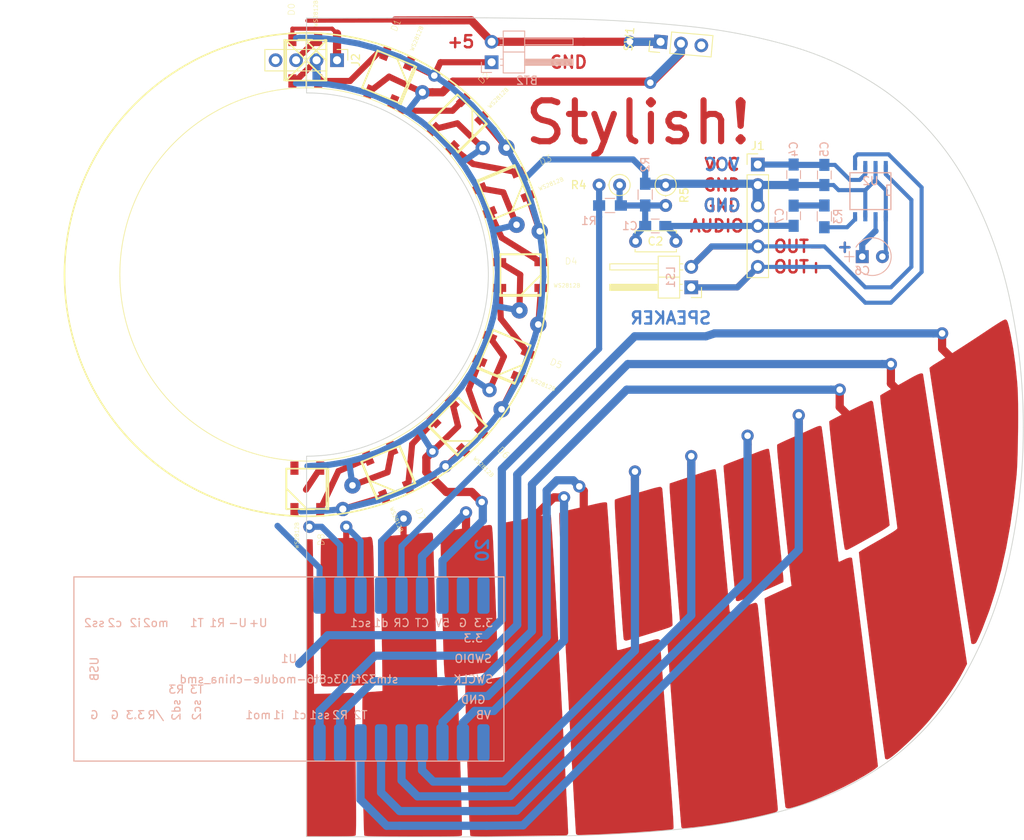
<source format=kicad_pcb>
(kicad_pcb (version 20171130) (host pcbnew "(6.0.0-rc1-dev-454-g181ce46b9)")
  (layers (0 F.Cu signal) (31 B.Cu signal) (34 B.Paste user) (35 F.Paste user) (36 B.SilkS user) (37 F.SilkS user) (38 B.Mask user) (39 F.Mask user hide) (44 Edge.Cuts user))
  (net 0 "")
  (net 1 /PWM_Audio_Out)
  (net 2 "Net-(C1-Pad2)")
  (net 3 "Net-(D1-Pad2)")
  (net 4 "Net-(D2-Pad2)")
  (net 5 "Net-(D3-Pad2)")
  (net 6 "Net-(D4-Pad2)")
  (net 7 "Net-(D5-Pad2)")
  (net 8 "Net-(D6-Pad2)")
  (net 9 "Net-(D7-Pad2)")
  (net 10 "Net-(D8-Pad2)")
  (net 11 "Net-(R3-Pad1)")
  (net 12 "Net-(KB1-Pad13)")
  (net 13 "Net-(KB1-Pad14)")
  (net 14 AUDIO_OUT)
  (net 15 "Net-(KB1-Pad16)")
  (net 16 /WS2812B-16-LED-RING/GND)
  (net 17 "Net-(KB1-Pad15)")
  (net 18 "Net-(KB1-Pad17)")
  (net 19 "Net-(KB1-Pad18)")
  (net 20 "Net-(KB1-Pad19)")
  (net 21 "Net-(KB1-Pad20)")
  (net 22 "Net-(KB1-Pad21)")
  (net 23 "Net-(KB1-Pad22)")
  (net 24 "Net-(KB1-Pad23)")
  (net 25 "Net-(KB1-Pad24)")
  (net 26 /WS2812B-16-LED-RING/DIN)
  (net 27 /XH-M125-amp-board/OUT-)
  (net 28 /XH-M125-amp-board/VCC)
  (net 29 /XH-M125-amp-board/OUT+)
  (net 30 "Net-(C6-Pad1)")
  (net 31 "Net-(C7-Pad1)")
  (net 32 /WS2812B-16-LED-RING/DOUT)
  (net 33 /WS2812B-16-LED-RING/5V)
  (net 34 "Net-(D0-Pad2)")
  (net 35 "Net-(BT1-Pad1)")
  (module SoftEggKiCAD:MAGWestSynthContactKeybedRight (layer F.Cu) (at 148.463 123.698)
    (fp_text reference KB1 hide)
    (fp_text value StylusKeyboardA hide)
    (fp_poly (pts (xy 70.236639 -21.905353) (xy 70.284565 -21.844) (xy 70.308516 -21.73889) (xy 70.352212 -21.480818) (xy 70.413687 -21.084356) (xy 70.490976 -20.564074) (xy 70.582113 -19.934543) (xy 70.685132 -19.210335) (xy 70.798069 -18.406022) (xy 70.918958 -17.536173) (xy 71.045833 -16.61536) (xy 71.176729 -15.658155) (xy 71.30968 -14.679129) (xy 71.442721 -13.692852) (xy 71.573886 -12.713896) (xy 71.70121 -11.756832) (xy 71.822727 -10.836231) (xy 71.936472 -9.966664) (xy 72.04048 -9.162703) (xy 72.132784 -8.438919) (xy 72.21142 -7.809882) (xy 72.274421 -7.290164) (xy 72.319823 -6.894336) (xy 72.34566 -6.63697) (xy 72.349966 -6.532636) (xy 72.349921 -6.532497) (xy 72.263584 -6.443918) (xy 72.055538 -6.290834) (xy 71.752134 -6.090917) (xy 71.37972 -5.861837) (xy 71.140256 -5.721285) (xy 70.396405 -5.294346) (xy 69.690787 -4.893516) (xy 69.037882 -4.526734) (xy 68.452171 -4.201936) (xy 67.948135 -3.92706) (xy 67.540255 -3.710042) (xy 67.243011 -3.558819) (xy 67.070885 -3.48133) (xy 67.037694 -3.47263) (xy 66.870964 -3.516757) (xy 66.813557 -3.547065) (xy 66.78274 -3.642567) (xy 66.73492 -3.892013) (xy 66.671831 -4.281127) (xy 66.595208 -4.795636) (xy 66.506786 -5.421264) (xy 66.4083 -6.143738) (xy 66.301484 -6.948782) (xy 66.188073 -7.822122) (xy 66.069801 -8.749484) (xy 65.948403 -9.716592) (xy 65.825615 -10.709172) (xy 65.703169 -11.71295) (xy 65.582803 -12.71365) (xy 65.466248 -13.696999) (xy 65.355242 -14.648721) (xy 65.251517 -15.554543) (xy 65.15681 -16.400188) (xy 65.072854 -17.171384) (xy 65.001384 -17.853855) (xy 64.944135 -18.433326) (xy 64.902842 -18.895524) (xy 64.879239 -19.226172) (xy 64.875061 -19.410998) (xy 64.88159 -19.445244) (xy 64.992991 -19.518581) (xy 65.231757 -19.651508) (xy 65.576051 -19.833306) (xy 66.004036 -20.053256) (xy 66.493875 -20.30064) (xy 67.023731 -20.564738) (xy 67.571768 -20.834832) (xy 68.116147 -21.100202) (xy 68.635033 -21.35013) (xy 69.106589 -21.573897) (xy 69.508976 -21.760783) (xy 69.820359 -21.90007) (xy 70.018901 -21.981039) (xy 70.080326 -21.99711) (xy 70.236639 -21.905353)) (layer F.Cu) (width 0.01))
    (fp_poly (pts (xy 57.329625 -16.015171) (xy 57.369949 -15.98767) (xy 57.396814 -15.924239) (xy 57.430429 -15.776438) (xy 57.471726 -15.536603) (xy 57.521633 -15.197071) (xy 57.581082 -14.750178) (xy 57.651002 -14.18826) (xy 57.732325 -13.503654) (xy 57.82598 -12.688697) (xy 57.932899 -11.735726) (xy 58.05401 -10.637075) (xy 58.190245 -9.385083) (xy 58.338618 -8.00856) (xy 58.460958 -6.865768) (xy 58.577972 -5.765862) (xy 58.688389 -4.721178) (xy 58.790938 -3.744053) (xy 58.884348 -2.846822) (xy 58.967349 -2.041821) (xy 59.03867 -1.341388) (xy 59.09704 -0.757857) (xy 59.141188 -0.303565) (xy 59.169844 0.009151) (xy 59.181737 0.167956) (xy 59.182 0.178769) (xy 59.182 0.512275) (xy 58.525834 0.813604) (xy 57.961805 1.069224) (xy 57.357541 1.337127) (xy 56.733996 1.608588) (xy 56.112126 1.874882) (xy 55.512886 2.127285) (xy 54.957232 2.357072) (xy 54.466118 2.555518) (xy 54.060501 2.713899) (xy 53.761335 2.823489) (xy 53.589577 2.875564) (xy 53.56591 2.878667) (xy 53.386793 2.854057) (xy 53.306643 2.808525) (xy 53.290947 2.712933) (xy 53.261516 2.462643) (xy 53.219643 2.071623) (xy 53.166622 1.553839) (xy 53.103747 0.923259) (xy 53.03231 0.193849) (xy 52.953605 -0.620423) (xy 52.868926 -1.50559) (xy 52.779567 -2.447685) (xy 52.68682 -3.43274) (xy 52.591979 -4.446789) (xy 52.496339 -5.475864) (xy 52.401191 -6.505999) (xy 52.30783 -7.523225) (xy 52.21755 -8.513577) (xy 52.131643 -9.463086) (xy 52.051404 -10.357786) (xy 51.978125 -11.183709) (xy 51.913101 -11.926888) (xy 51.857625 -12.573357) (xy 51.812989 -13.109147) (xy 51.780489 -13.520293) (xy 51.761417 -13.792826) (xy 51.757066 -13.912779) (xy 51.757725 -13.916653) (xy 51.852143 -13.994984) (xy 52.065079 -14.10566) (xy 52.354439 -14.227377) (xy 52.421253 -14.252449) (xy 52.672459 -14.346433) (xy 53.052044 -14.490662) (xy 53.530626 -14.673863) (xy 54.07882 -14.884764) (xy 54.667242 -15.112092) (xy 55.144165 -15.297029) (xy 55.781848 -15.54349) (xy 56.280625 -15.732558) (xy 56.658745 -15.869894) (xy 56.934456 -15.961161) (xy 57.126007 -16.012021) (xy 57.251647 -16.028137) (xy 57.329625 -16.015171)) (layer F.Cu) (width 0.01))
    (fp_poly (pts (xy 43.948227 -11.301024) (xy 44.095793 -11.183129) (xy 44.150122 -11.064523) (xy 44.162166 -10.955567) (xy 44.186428 -10.689509) (xy 44.22195 -10.278069) (xy 44.267778 -9.732965) (xy 44.322954 -9.065916) (xy 44.386524 -8.288642) (xy 44.45753 -7.412859) (xy 44.535017 -6.450289) (xy 44.618028 -5.412649) (xy 44.705608 -4.311658) (xy 44.796799 -3.159035) (xy 44.844408 -2.554861) (xy 44.965055 -1.011822) (xy 45.071115 0.366013) (xy 45.162823 1.582122) (xy 45.240414 2.639985) (xy 45.304121 3.54308) (xy 45.35418 4.294888) (xy 45.390824 4.898886) (xy 45.414288 5.358555) (xy 45.424806 5.677372) (xy 45.422613 5.858817) (xy 45.414327 5.904992) (xy 45.28352 6.017898) (xy 45.063555 6.13163) (xy 44.995404 6.157777) (xy 44.680968 6.264869) (xy 44.264081 6.401187) (xy 43.768348 6.559534) (xy 43.217373 6.732714) (xy 42.634763 6.913529) (xy 42.044121 7.094784) (xy 41.469053 7.269282) (xy 40.933164 7.429826) (xy 40.460059 7.569219) (xy 40.073344 7.680265) (xy 39.796623 7.755768) (xy 39.653502 7.788531) (xy 39.643837 7.789334) (xy 39.451066 7.71342) (xy 39.375314 7.598834) (xy 39.359321 7.489245) (xy 39.333393 7.22228) (xy 39.298374 6.809552) (xy 39.255108 6.262673) (xy 39.204441 5.593257) (xy 39.147217 4.812918) (xy 39.08428 3.933269) (xy 39.016475 2.965922) (xy 38.944647 1.922491) (xy 38.86964 0.814589) (xy 38.792298 -0.34617) (xy 38.742822 -1.098335) (xy 38.649258 -2.533825) (xy 38.567045 -3.808944) (xy 38.495736 -4.932243) (xy 38.434883 -5.912271) (xy 38.38404 -6.757579) (xy 38.342758 -7.476719) (xy 38.310591 -8.078239) (xy 38.287091 -8.570692) (xy 38.27181 -8.962627) (xy 38.264301 -9.262595) (xy 38.264118 -9.479146) (xy 38.270811 -9.620832) (xy 38.283935 -9.696202) (xy 38.292167 -9.711119) (xy 38.40422 -9.765895) (xy 38.652661 -9.854923) (xy 39.010096 -9.969443) (xy 39.449133 -10.100692) (xy 39.94238 -10.239909) (xy 39.963641 -10.245736) (xy 40.557254 -10.410016) (xy 41.192006 -10.588703) (xy 41.811957 -10.765855) (xy 42.361167 -10.925528) (xy 42.657257 -11.013453) (xy 43.08029 -11.133666) (xy 43.455669 -11.227406) (xy 43.748732 -11.286951) (xy 43.924819 -11.304582) (xy 43.948227 -11.301024)) (layer F.Cu) (width 0.01))
    (fp_poly (pts (xy 86.715903 -32.073894) (xy 86.809166 -32.044917) (xy 86.889968 -31.973317) (xy 86.965399 -31.838744) (xy 87.042554 -31.620848) (xy 87.128526 -31.29928) (xy 87.230406 -30.853689) (xy 87.355289 -30.263725) (xy 87.367684 -30.203892) (xy 87.693881 -28.412489) (xy 87.960759 -26.483504) (xy 88.16544 -24.439008) (xy 88.228602 -23.603269) (xy 88.256412 -23.064631) (xy 88.276927 -22.382625) (xy 88.290448 -21.583047) (xy 88.297275 -20.691691) (xy 88.297708 -19.734353) (xy 88.292048 -18.736828) (xy 88.280593 -17.724911) (xy 88.263646 -16.724397) (xy 88.241504 -15.761082) (xy 88.21447 -14.860761) (xy 88.182843 -14.049228) (xy 88.146923 -13.35228) (xy 88.10701 -12.795711) (xy 88.102221 -12.742333) (xy 87.761661 -9.59268) (xy 87.333116 -6.585906) (xy 86.816664 -3.722345) (xy 86.212379 -1.00233) (xy 85.520338 1.573804) (xy 84.740617 4.005723) (xy 83.873292 6.293092) (xy 83.636058 6.858) (xy 83.464662 7.249937) (xy 83.305549 7.599684) (xy 83.176341 7.869388) (xy 83.094663 8.021199) (xy 83.094032 8.022167) (xy 82.935179 8.158727) (xy 82.732699 8.212745) (xy 82.556137 8.172955) (xy 82.50158 8.118152) (xy 82.484656 8.028722) (xy 82.4439 7.781466) (xy 82.380774 7.385989) (xy 82.29674 6.851898) (xy 82.193262 6.188801) (xy 82.071801 5.406302) (xy 81.933821 4.51401) (xy 81.780784 3.52153) (xy 81.614152 2.438469) (xy 81.435388 1.274433) (xy 81.245955 0.03903) (xy 81.047315 -1.258135) (xy 80.840931 -2.607454) (xy 80.628265 -3.999322) (xy 80.410779 -5.424131) (xy 80.189937 -6.872276) (xy 79.967201 -8.334149) (xy 79.744033 -9.800144) (xy 79.521896 -11.260655) (xy 79.302253 -12.706075) (xy 79.086565 -14.126797) (xy 78.876297 -15.513214) (xy 78.672909 -16.855722) (xy 78.477865 -18.144711) (xy 78.292628 -19.370578) (xy 78.118659 -20.523713) (xy 77.957422 -21.594512) (xy 77.810378 -22.573367) (xy 77.678991 -23.450673) (xy 77.564723 -24.216821) (xy 77.469037 -24.862207) (xy 77.393394 -25.377223) (xy 77.339259 -25.752262) (xy 77.308092 -25.977719) (xy 77.300667 -26.043299) (xy 77.369073 -26.12936) (xy 77.553593 -26.276023) (xy 77.823182 -26.460118) (xy 78.0415 -26.596211) (xy 78.748643 -27.0277) (xy 79.564574 -27.536155) (xy 80.458905 -28.10208) (xy 81.401253 -28.70598) (xy 82.361232 -29.328358) (xy 83.308456 -29.949719) (xy 84.21254 -30.550567) (xy 84.387639 -30.667992) (xy 85.071229 -31.123306) (xy 85.625807 -31.483844) (xy 86.059321 -31.754406) (xy 86.379722 -31.939792) (xy 86.594959 -32.044802) (xy 86.71298 -32.074237) (xy 86.715903 -32.073894)) (layer F.Cu) (width 0.01))
    (fp_poly (pts (xy 22.851 -6.555585) (xy 22.962885 -6.501942) (xy 22.987013 -6.472509) (xy 23.009631 -6.415626) (xy 23.03128 -6.321667) (xy 23.0525 -6.181002) (xy 23.073834 -5.984005) (xy 23.095821 -5.721046) (xy 23.119004 -5.382499) (xy 23.143922 -4.958735) (xy 23.171118 -4.440126) (xy 23.201132 -3.817046) (xy 23.234505 -3.079864) (xy 23.271778 -2.218955) (xy 23.313492 -1.224689) (xy 23.360188 -0.08744) (xy 23.412408 1.202422) (xy 23.453968 2.23695) (xy 23.501708 3.43713) (xy 23.547007 4.593659) (xy 23.589441 5.694793) (xy 23.628591 6.728788) (xy 23.664034 7.683899) (xy 23.695349 8.54838) (xy 23.722115 9.310488) (xy 23.743911 9.958476) (xy 23.760315 10.480601) (xy 23.770906 10.865118) (xy 23.775262 11.100282) (xy 23.774416 11.169284) (xy 23.753009 11.336071) (xy 23.697137 11.436258) (xy 23.566465 11.499884) (xy 23.320655 11.556988) (xy 23.229401 11.575167) (xy 23.008804 11.614149) (xy 22.647975 11.672364) (xy 22.17439 11.745629) (xy 21.615523 11.829759) (xy 20.998849 11.920569) (xy 20.351841 12.013875) (xy 20.308401 12.020067) (xy 19.67737 12.110153) (xy 19.090125 12.194364) (xy 18.570747 12.269218) (xy 18.143314 12.331232) (xy 17.831906 12.376924) (xy 17.660604 12.402811) (xy 17.648887 12.404704) (xy 17.412586 12.401544) (xy 17.242712 12.339009) (xy 17.21869 12.312258) (xy 17.196646 12.262413) (xy 17.176161 12.179911) (xy 17.156817 12.055191) (xy 17.138195 11.878691) (xy 17.119876 11.640849) (xy 17.101442 11.332102) (xy 17.082474 10.94289) (xy 17.062553 10.463649) (xy 17.041261 9.884819) (xy 17.018179 9.196837) (xy 16.992887 8.390141) (xy 16.964968 7.45517) (xy 16.934003 6.382361) (xy 16.899572 5.162153) (xy 16.861258 3.784984) (xy 16.849451 3.358139) (xy 16.816403 2.145251) (xy 16.785543 0.979025) (xy 16.757119 -0.12927) (xy 16.731381 -1.168363) (xy 16.708576 -2.126984) (xy 16.688954 -2.993863) (xy 16.672762 -3.75773) (xy 16.660249 -4.407316) (xy 16.651664 -4.93135) (xy 16.647255 -5.318561) (xy 16.647271 -5.557681) (xy 16.651132 -5.636629) (xy 16.702205 -5.713108) (xy 16.808032 -5.769705) (xy 17.000312 -5.815031) (xy 17.310743 -5.857696) (xy 17.568334 -5.885747) (xy 17.831201 -5.915568) (xy 18.211238 -5.962146) (xy 18.682039 -6.021932) (xy 19.217198 -6.091381) (xy 19.79031 -6.166945) (xy 20.374971 -6.245077) (xy 20.944775 -6.32223) (xy 21.473316 -6.394857) (xy 21.934191 -6.459411) (xy 22.300993 -6.512345) (xy 22.547317 -6.550112) (xy 22.639792 -6.566998) (xy 22.851 -6.555585)) (layer F.Cu) (width 0.01))
    (fp_poly (pts (xy 8.010327 -5.090249) (xy 8.074407 -5.038606) (xy 8.129456 -4.945465) (xy 8.176396 -4.801648) (xy 8.216147 -4.597978) (xy 8.249633 -4.325277) (xy 8.277774 -3.974368) (xy 8.301492 -3.536074) (xy 8.321708 -3.001218) (xy 8.339344 -2.360622) (xy 8.355322 -1.605109) (xy 8.370562 -0.725501) (xy 8.385987 0.287379) (xy 8.402518 1.442708) (xy 8.421077 2.749663) (xy 8.440844 4.101192) (xy 8.462109 5.533464) (xy 8.480594 6.805924) (xy 8.496295 7.928071) (xy 8.509208 8.909405) (xy 8.519332 9.759423) (xy 8.526663 10.487625) (xy 8.531198 11.10351) (xy 8.532934 11.616576) (xy 8.531868 12.036323) (xy 8.527999 12.37225) (xy 8.521321 12.633854) (xy 8.511833 12.830636) (xy 8.499532 12.972093) (xy 8.484415 13.067726) (xy 8.466478 13.127032) (xy 8.445719 13.159511) (xy 8.438054 13.166104) (xy 8.343719 13.202229) (xy 8.156874 13.235732) (xy 7.867349 13.267214) (xy 7.464974 13.297276) (xy 6.939579 13.32652) (xy 6.280993 13.355546) (xy 5.479046 13.384956) (xy 4.523568 13.415351) (xy 3.925893 13.432791) (xy 3.301472 13.450106) (xy 2.824995 13.461103) (xy 2.475151 13.464522) (xy 2.230624 13.459104) (xy 2.070104 13.443589) (xy 1.972276 13.416718) (xy 1.915829 13.377231) (xy 1.879448 13.323869) (xy 1.872727 13.311464) (xy 1.85617 13.224788) (xy 1.841375 13.026408) (xy 1.828287 12.710946) (xy 1.816849 12.273019) (xy 1.807005 11.707248) (xy 1.7987 11.008252) (xy 1.791878 10.170651) (xy 1.786483 9.189063) (xy 1.782458 8.05811) (xy 1.779748 6.772409) (xy 1.778297 5.32658) (xy 1.778 4.199545) (xy 1.778117 2.772951) (xy 1.778572 1.506142) (xy 1.779523 0.389571) (xy 1.781126 -0.586313) (xy 1.783538 -1.431055) (xy 1.786917 -2.154206) (xy 1.79142 -2.765312) (xy 1.797202 -3.273922) (xy 1.804422 -3.689584) (xy 1.813237 -4.021847) (xy 1.823803 -4.280258) (xy 1.836277 -4.474366) (xy 1.850816 -4.613719) (xy 1.867578 -4.707864) (xy 1.88672 -4.766351) (xy 1.908397 -4.798728) (xy 1.926167 -4.811492) (xy 2.046153 -4.832739) (xy 2.312834 -4.85555) (xy 2.703593 -4.87879) (xy 3.195814 -4.901325) (xy 3.766881 -4.92202) (xy 4.394176 -4.939739) (xy 4.558878 -4.94361) (xy 5.2175 -4.959709) (xy 5.844258 -4.977379) (xy 6.412509 -4.995687) (xy 6.895609 -5.013703) (xy 7.266914 -5.030494) (xy 7.499782 -5.045131) (xy 7.522211 -5.04719) (xy 7.645268 -5.065381) (xy 7.754687 -5.087959) (xy 7.851389 -5.105748) (xy 7.936295 -5.10957) (xy 8.010327 -5.090249)) (layer F.Cu) (width 0.01))
    (fp_poly (pts (xy 76.474547 -25.336772) (xy 76.497375 -25.294166) (xy 76.513527 -25.201459) (xy 76.553802 -24.94904) (xy 76.617024 -24.544628) (xy 76.702013 -23.995944) (xy 76.807592 -23.310708) (xy 76.932583 -22.496641) (xy 77.075807 -21.561462) (xy 77.236086 -20.51289) (xy 77.412242 -19.358648) (xy 77.603096 -18.106453) (xy 77.807471 -16.764028) (xy 78.024188 -15.33909) (xy 78.252069 -13.839362) (xy 78.489935 -12.272562) (xy 78.73661 -10.64641) (xy 78.990913 -8.968628) (xy 79.249102 -7.263884) (xy 81.962767 10.660564) (xy 81.567763 11.447065) (xy 81.070513 12.36522) (xy 80.462316 13.366804) (xy 79.76119 14.425509) (xy 78.985156 15.515029) (xy 78.15223 16.609057) (xy 77.375077 17.568334) (xy 76.960862 18.047586) (xy 76.491399 18.561876) (xy 75.981864 19.097044) (xy 75.447432 19.638932) (xy 74.903276 20.17338) (xy 74.364573 20.68623) (xy 73.846496 21.163321) (xy 73.364221 21.590495) (xy 72.932923 21.953594) (xy 72.567776 22.238457) (xy 72.283955 22.430925) (xy 72.096635 22.516841) (xy 72.068149 22.520037) (xy 71.876862 22.479837) (xy 71.816541 22.450329) (xy 71.795258 22.361069) (xy 71.754694 22.114901) (xy 71.696268 21.722983) (xy 71.6214 21.196471) (xy 71.53151 20.546522) (xy 71.428016 19.784291) (xy 71.312339 18.920936) (xy 71.185898 17.967613) (xy 71.050112 16.935479) (xy 70.906401 15.835689) (xy 70.756185 14.6794) (xy 70.600883 13.477769) (xy 70.441915 12.241952) (xy 70.280699 10.983106) (xy 70.118657 9.712387) (xy 69.957206 8.440951) (xy 69.797767 7.179956) (xy 69.64176 5.940557) (xy 69.490603 4.73391) (xy 69.345716 3.571173) (xy 69.208519 2.463502) (xy 69.080432 1.422053) (xy 68.962873 0.457982) (xy 68.857263 -0.417553) (xy 68.76502 -1.193397) (xy 68.687565 -1.858393) (xy 68.626317 -2.401384) (xy 68.582695 -2.811214) (xy 68.558119 -3.076727) (xy 68.554009 -3.186767) (xy 68.554373 -3.188005) (xy 68.637073 -3.259832) (xy 68.84383 -3.399113) (xy 69.150759 -3.590915) (xy 69.533975 -3.820308) (xy 69.962216 -4.068155) (xy 70.769231 -4.529045) (xy 71.440023 -4.915173) (xy 71.986402 -5.234002) (xy 72.420177 -5.492991) (xy 72.753158 -5.6996) (xy 72.997153 -5.861289) (xy 73.163973 -5.985519) (xy 73.265427 -6.07975) (xy 73.313324 -6.151442) (xy 73.321334 -6.190155) (xy 73.310096 -6.296255) (xy 73.277431 -6.558367) (xy 73.22491 -6.964742) (xy 73.154103 -7.503626) (xy 73.066583 -8.16327) (xy 72.96392 -8.931921) (xy 72.847685 -9.797828) (xy 72.71945 -10.74924) (xy 72.580786 -11.774405) (xy 72.433264 -12.861572) (xy 72.278456 -13.998991) (xy 72.217278 -14.44756) (xy 72.019398 -15.902437) (xy 71.844893 -17.196024) (xy 71.692983 -18.33463) (xy 71.56289 -19.324568) (xy 71.453835 -20.172146) (xy 71.36504 -20.883677) (xy 71.295725 -21.465472) (xy 71.245112 -21.92384) (xy 71.212421 -22.265093) (xy 71.196875 -22.495542) (xy 71.197693 -22.621498) (xy 71.205151 -22.648917) (xy 71.308015 -22.725682) (xy 71.532669 -22.866048) (xy 71.851616 -23.053696) (xy 72.237357 -23.272308) (xy 72.499707 -23.417173) (xy 73.037551 -23.713459) (xy 73.645689 -24.052058) (xy 74.254255 -24.393876) (xy 74.793384 -24.699817) (xy 74.858942 -24.737331) (xy 75.41023 -25.041891) (xy 75.836152 -25.250282) (xy 76.14799 -25.366335) (xy 76.357028 -25.393888) (xy 76.474547 -25.336772)) (layer F.Cu) (width 0.01))
    (fp_poly (pts (xy 63.788412 -18.85801) (xy 63.885505 -18.79518) (xy 63.903165 -18.774833) (xy 63.9252 -18.677426) (xy 63.96571 -18.423485) (xy 64.023189 -18.024626) (xy 64.096134 -17.492465) (xy 64.183038 -16.838619) (xy 64.282398 -16.074704) (xy 64.392708 -15.212336) (xy 64.512463 -14.263133) (xy 64.640159 -13.238709) (xy 64.77429 -12.150681) (xy 64.913352 -11.010666) (xy 64.975341 -10.498666) (xy 65.115784 -9.337488) (xy 65.251081 -8.221693) (xy 65.379787 -7.163054) (xy 65.500454 -6.173344) (xy 65.611636 -5.264338) (xy 65.711886 -4.447808) (xy 65.799756 -3.735527) (xy 65.873801 -3.139269) (xy 65.932574 -2.670807) (xy 65.974627 -2.341913) (xy 65.998514 -2.164362) (xy 66.002812 -2.137609) (xy 66.028369 -2.044679) (xy 66.077028 -2.006387) (xy 66.182231 -2.028356) (xy 66.377419 -2.116209) (xy 66.632222 -2.243443) (xy 67.06398 -2.435508) (xy 67.392971 -2.527379) (xy 67.608602 -2.517149) (xy 67.692371 -2.434166) (xy 67.710439 -2.330121) (xy 67.747546 -2.069994) (xy 67.80231 -1.664914) (xy 67.873347 -1.126013) (xy 67.959275 -0.46442) (xy 68.058711 0.308735) (xy 68.170272 1.182321) (xy 68.292575 2.145208) (xy 68.424238 3.186267) (xy 68.563877 4.294366) (xy 68.710109 5.458377) (xy 68.861552 6.667168) (xy 69.016823 7.90961) (xy 69.174539 9.174572) (xy 69.333318 10.450924) (xy 69.491775 11.727536) (xy 69.648529 12.993279) (xy 69.802196 14.237021) (xy 69.951394 15.447633) (xy 70.094739 16.613984) (xy 70.23085 17.724945) (xy 70.358342 18.769385) (xy 70.475834 19.736174) (xy 70.581942 20.614182) (xy 70.675283 21.392279) (xy 70.754475 22.059335) (xy 70.818134 22.604219) (xy 70.864879 23.015801) (xy 70.893325 23.282952) (xy 70.90209 23.39454) (xy 70.901765 23.396921) (xy 70.815721 23.490176) (xy 70.621013 23.646808) (xy 70.352228 23.8399) (xy 70.20642 23.93805) (xy 69.151528 24.59462) (xy 67.968484 25.263105) (xy 66.695723 25.925052) (xy 65.371681 26.562011) (xy 64.034794 27.15553) (xy 62.723499 27.687158) (xy 61.476231 28.138444) (xy 61.411238 28.160238) (xy 60.809579 28.356375) (xy 60.346466 28.494206) (xy 60.002456 28.576359) (xy 59.758106 28.605461) (xy 59.593972 28.58414) (xy 59.490611 28.515023) (xy 59.43851 28.426834) (xy 59.421391 28.322702) (xy 59.389071 28.062117) (xy 59.342667 27.656238) (xy 59.283295 27.116224) (xy 59.212072 26.453233) (xy 59.130117 25.678426) (xy 59.038545 24.802961) (xy 58.938473 23.837996) (xy 58.83102 22.794692) (xy 58.717301 21.684206) (xy 58.598434 20.517698) (xy 58.475536 19.306327) (xy 58.349724 18.061252) (xy 58.222116 16.793632) (xy 58.093827 15.514625) (xy 57.965975 14.235391) (xy 57.839677 12.967089) (xy 57.716051 11.720878) (xy 57.596213 10.507916) (xy 57.48128 9.339363) (xy 57.37237 8.226378) (xy 57.270599 7.180119) (xy 57.177084 6.211747) (xy 57.092943 5.332419) (xy 57.019293 4.553294) (xy 56.95725 3.885532) (xy 56.907931 3.340292) (xy 56.872455 2.928732) (xy 56.851937 2.662012) (xy 56.847495 2.551291) (xy 56.848067 2.54906) (xy 56.934012 2.49645) (xy 57.151593 2.386175) (xy 57.477686 2.229294) (xy 57.889166 2.036864) (xy 58.362908 1.819943) (xy 58.544767 1.73775) (xy 60.201119 0.991723) (xy 60.158358 0.728695) (xy 60.143546 0.609047) (xy 60.112118 0.332734) (xy 60.065345 -0.088523) (xy 60.004494 -0.643003) (xy 59.930835 -1.318986) (xy 59.845639 -2.10475) (xy 59.750173 -2.988574) (xy 59.645707 -3.958738) (xy 59.533511 -5.00352) (xy 59.414854 -6.111199) (xy 59.291005 -7.270054) (xy 59.214521 -7.987031) (xy 59.065138 -9.391179) (xy 58.933408 -10.636264) (xy 58.818484 -11.731542) (xy 58.719519 -12.686268) (xy 58.635664 -13.509699) (xy 58.566074 -14.211092) (xy 58.509899 -14.799701) (xy 58.466293 -15.284784) (xy 58.434408 -15.675597) (xy 58.413397 -15.981395) (xy 58.402412 -16.211435) (xy 58.400606 -16.374973) (xy 58.407131 -16.481265) (xy 58.42114 -16.539567) (xy 58.430222 -16.553173) (xy 58.540213 -16.619699) (xy 58.781145 -16.741051) (xy 59.128229 -16.905555) (xy 59.556676 -17.10154) (xy 60.041697 -17.317334) (xy 60.201879 -17.387391) (xy 60.760089 -17.63171) (xy 61.326931 -17.881917) (xy 61.861917 -18.119991) (xy 62.324563 -18.327911) (xy 62.674384 -18.487658) (xy 62.688959 -18.494416) (xy 63.122722 -18.689616) (xy 63.433139 -18.81126) (xy 63.64633 -18.865381) (xy 63.788412 -18.85801)) (layer F.Cu) (width 0.01))
    (fp_poly (pts (xy 50.717742 -13.481519) (xy 50.757347 -13.456272) (xy 50.781866 -13.398268) (xy 50.811399 -13.263669) (xy 50.846764 -13.044744) (xy 50.88878 -12.733762) (xy 50.938262 -12.32299) (xy 50.996031 -11.804696) (xy 51.062902 -11.17115) (xy 51.139695 -10.41462) (xy 51.227226 -9.527373) (xy 51.326314 -8.501678) (xy 51.437775 -7.329803) (xy 51.562429 -6.004018) (xy 51.688215 -4.655164) (xy 51.799604 -3.457622) (xy 51.906829 -2.306238) (xy 52.008824 -1.212387) (xy 52.104522 -0.187442) (xy 52.192858 0.757221) (xy 52.272764 1.610229) (xy 52.343175 2.360207) (xy 52.403024 2.995781) (xy 52.451245 3.505578) (xy 52.486771 3.878222) (xy 52.508537 4.102339) (xy 52.515236 4.166452) (xy 52.543496 4.208239) (xy 52.624738 4.214225) (xy 52.778064 4.178354) (xy 53.022579 4.094568) (xy 53.377387 3.956811) (xy 53.861592 3.759025) (xy 54.059667 3.676788) (xy 54.650072 3.43749) (xy 55.129994 3.256598) (xy 55.487332 3.138292) (xy 55.709984 3.086749) (xy 55.76668 3.087236) (xy 55.909081 3.178286) (xy 55.989144 3.388306) (xy 56.000197 3.449901) (xy 56.020813 3.611299) (xy 56.056198 3.926083) (xy 56.105226 4.382835) (xy 56.166774 4.970142) (xy 56.239719 5.676588) (xy 56.322935 6.490758) (xy 56.415299 7.401236) (xy 56.515687 8.396608) (xy 56.622975 9.465458) (xy 56.736039 10.596371) (xy 56.853755 11.777932) (xy 56.974999 12.998725) (xy 57.098646 14.247335) (xy 57.223574 15.512348) (xy 57.348658 16.782347) (xy 57.472773 18.045918) (xy 57.594797 19.291645) (xy 57.713604 20.508114) (xy 57.828071 21.683908) (xy 57.937074 22.807613) (xy 58.03949 23.867814) (xy 58.134193 24.853095) (xy 58.22006 25.752041) (xy 58.295966 26.553237) (xy 58.360789 27.245268) (xy 58.413404 27.816718) (xy 58.452686 28.256172) (xy 58.477513 28.552215) (xy 58.486759 28.693432) (xy 58.486648 28.702) (xy 58.475766 28.81017) (xy 58.450252 28.897716) (xy 58.391026 28.972151) (xy 58.279005 29.04099) (xy 58.095108 29.111746) (xy 57.820254 29.191932) (xy 57.43536 29.289062) (xy 56.921347 29.410649) (xy 56.351026 29.542924) (xy 55.471075 29.738452) (xy 54.517093 29.935773) (xy 53.515601 30.130437) (xy 52.493119 30.317994) (xy 51.476168 30.493995) (xy 50.491267 30.65399) (xy 49.564937 30.793529) (xy 48.723698 30.908163) (xy 47.99407 30.993442) (xy 47.402574 31.044916) (xy 47.396917 31.045279) (xy 47.019692 31.067906) (xy 46.778338 31.073717) (xy 46.639755 31.056967) (xy 46.570842 31.011909) (xy 46.5385 30.932795) (xy 46.529388 30.894667) (xy 46.514549 30.774334) (xy 46.488487 30.498705) (xy 46.452083 30.079521) (xy 46.406216 29.52852) (xy 46.351768 28.857442) (xy 46.289618 28.078028) (xy 46.220646 27.202017) (xy 46.145734 26.241148) (xy 46.06576 25.207162) (xy 45.981606 24.111799) (xy 45.894151 22.966797) (xy 45.804276 21.783898) (xy 45.712861 20.574839) (xy 45.620787 19.351363) (xy 45.528933 18.125207) (xy 45.438179 16.908112) (xy 45.349407 15.711818) (xy 45.263496 14.548064) (xy 45.181326 13.42859) (xy 45.103778 12.365137) (xy 45.031732 11.369442) (xy 44.966068 10.453248) (xy 44.907667 9.628292) (xy 44.857408 8.906315) (xy 44.816172 8.299057) (xy 44.78484 7.818258) (xy 44.76429 7.475657) (xy 44.755405 7.282993) (xy 44.756083 7.244124) (xy 44.851962 7.166695) (xy 45.072922 7.055895) (xy 45.382364 6.92869) (xy 45.624698 6.841462) (xy 46.446165 6.561667) (xy 45.745758 -2.159) (xy 45.649248 -3.367036) (xy 45.557052 -4.533585) (xy 45.470052 -5.646802) (xy 45.38913 -6.694847) (xy 45.315166 -7.665875) (xy 45.249043 -8.548044) (xy 45.191642 -9.329511) (xy 45.143844 -9.998435) (xy 45.106532 -10.542971) (xy 45.080585 -10.951278) (xy 45.066887 -11.211513) (xy 45.065175 -11.302262) (xy 45.085 -11.724858) (xy 47.859035 -12.652704) (xy 48.608677 -12.902519) (xy 49.21421 -13.101681) (xy 49.691645 -13.254629) (xy 50.056993 -13.365801) (xy 50.326266 -13.439637) (xy 50.515474 -13.480576) (xy 50.640629 -13.493057) (xy 50.717742 -13.481519)) (layer F.Cu) (width 0.01))
    (fp_poly (pts (xy 37.166081 -9.380443) (xy 37.263014 -9.341508) (xy 37.297305 -9.292166) (xy 37.308031 -9.194937) (xy 37.329027 -8.939882) (xy 37.359516 -8.53815) (xy 37.398721 -8.00089) (xy 37.445866 -7.339247) (xy 37.500175 -6.564371) (xy 37.560872 -5.68741) (xy 37.627179 -4.71951) (xy 37.698322 -3.67182) (xy 37.773523 -2.555488) (xy 37.852005 -1.381662) (xy 37.929675 -0.211666) (xy 38.010448 1.007649) (xy 38.088372 2.180727) (xy 38.162691 3.296363) (xy 38.23265 4.343355) (xy 38.297492 5.310497) (xy 38.356462 6.186588) (xy 38.408805 6.960424) (xy 38.453764 7.620801) (xy 38.490583 8.156516) (xy 38.518508 8.556366) (xy 38.536782 8.809146) (xy 38.544528 8.902953) (xy 38.570651 8.945181) (xy 38.645875 8.96028) (xy 38.790137 8.944095) (xy 39.023373 8.89247) (xy 39.365522 8.80125) (xy 39.83652 8.666281) (xy 40.216667 8.554466) (xy 40.787468 8.384771) (xy 41.36678 8.211089) (xy 41.911143 8.046552) (xy 42.377099 7.904292) (xy 42.703244 7.803094) (xy 43.124825 7.678187) (xy 43.416406 7.612131) (xy 43.604898 7.600119) (xy 43.698077 7.625393) (xy 43.825511 7.700824) (xy 43.85763 7.728812) (xy 43.863987 7.813826) (xy 43.882498 8.058036) (xy 43.912427 8.451796) (xy 43.953039 8.985461) (xy 44.003598 9.649385) (xy 44.06337 10.433922) (xy 44.131619 11.329426) (xy 44.20761 12.326251) (xy 44.290608 13.414752) (xy 44.379878 14.585283) (xy 44.474684 15.828198) (xy 44.574291 17.133851) (xy 44.677964 18.492596) (xy 44.746149 19.386124) (xy 44.874711 21.074422) (xy 44.990348 22.601259) (xy 45.093546 23.973974) (xy 45.184795 25.199908) (xy 45.264583 26.286399) (xy 45.333398 27.240788) (xy 45.391728 28.070414) (xy 45.440061 28.782618) (xy 45.478885 29.384738) (xy 45.508689 29.884115) (xy 45.529961 30.288088) (xy 45.543189 30.603998) (xy 45.548861 30.839183) (xy 45.547465 31.000984) (xy 45.539489 31.096741) (xy 45.527391 31.132228) (xy 45.453523 31.175101) (xy 45.311871 31.216323) (xy 45.089981 31.257183) (xy 44.7754 31.29897) (xy 44.355673 31.342971) (xy 43.818347 31.390475) (xy 43.15097 31.44277) (xy 42.341086 31.501143) (xy 41.376244 31.566883) (xy 41.232667 31.576443) (xy 40.128489 31.647565) (xy 39.05293 31.712544) (xy 38.025739 31.77041) (xy 37.066665 31.82019) (xy 36.19546 31.860913) (xy 35.431872 31.891607) (xy 34.795653 31.911302) (xy 34.306551 31.919025) (xy 34.266738 31.919101) (xy 33.908465 31.916153) (xy 33.68345 31.901388) (xy 33.555651 31.866341) (xy 33.489027 31.802543) (xy 33.456852 31.728834) (xy 33.446259 31.627814) (xy 33.427215 31.365195) (xy 33.400142 30.94848) (xy 33.365457 30.38517) (xy 33.323581 29.682767) (xy 33.274934 28.848773) (xy 33.219935 27.890691) (xy 33.159005 26.816022) (xy 33.092562 25.632269) (xy 33.021026 24.346933) (xy 32.944817 22.967517) (xy 32.864356 21.501523) (xy 32.780061 19.956452) (xy 32.692352 18.339806) (xy 32.601649 16.659089) (xy 32.508371 14.921801) (xy 32.412939 13.135445) (xy 32.341302 11.78867) (xy 32.225659 9.608702) (xy 32.118895 7.59164) (xy 32.020722 5.731305) (xy 31.930851 4.021518) (xy 31.848994 2.456099) (xy 31.774864 1.02887) (xy 31.708173 -0.26635) (xy 31.648633 -1.435738) (xy 31.595955 -2.485474) (xy 31.549852 -3.421738) (xy 31.510036 -4.250708) (xy 31.476219 -4.978563) (xy 31.448113 -5.611483) (xy 31.425429 -6.155647) (xy 31.407881 -6.617234) (xy 31.395179 -7.002422) (xy 31.387037 -7.317392) (xy 31.383166 -7.568323) (xy 31.383277 -7.761392) (xy 31.387084 -7.902781) (xy 31.394299 -7.998667) (xy 31.404632 -8.05523) (xy 31.415521 -8.076883) (xy 31.542052 -8.138263) (xy 31.798541 -8.221931) (xy 32.148833 -8.317305) (xy 32.556773 -8.413806) (xy 32.596667 -8.42253) (xy 33.045169 -8.521986) (xy 33.603707 -8.649014) (xy 34.217808 -8.791051) (xy 34.833 -8.93553) (xy 35.209092 -9.025143) (xy 35.855975 -9.1771) (xy 36.357363 -9.286339) (xy 36.731008 -9.355129) (xy 36.994664 -9.38574) (xy 37.166081 -9.380443)) (layer F.Cu) (width 0.01))
    (fp_poly (pts (xy 30.315507 -7.816322) (xy 30.326138 -7.807729) (xy 30.33917 -7.715946) (xy 30.360457 -7.464126) (xy 30.389506 -7.061335) (xy 30.425823 -6.516643) (xy 30.468917 -5.839119) (xy 30.518294 -5.037832) (xy 30.573461 -4.121849) (xy 30.633925 -3.10024) (xy 30.699193 -1.982074) (xy 30.768773 -0.776419) (xy 30.84217 0.507656) (xy 30.918893 1.861082) (xy 30.998449 3.274791) (xy 31.080343 4.739714) (xy 31.164084 6.246781) (xy 31.249179 7.786926) (xy 31.335134 9.351078) (xy 31.421457 10.930169) (xy 31.507654 12.51513) (xy 31.593233 14.096892) (xy 31.6777 15.666388) (xy 31.760563 17.214548) (xy 31.841329 18.732303) (xy 31.919504 20.210584) (xy 31.994597 21.640324) (xy 32.066113 23.012453) (xy 32.13356 24.317902) (xy 32.196445 25.547603) (xy 32.254275 26.692487) (xy 32.306557 27.743486) (xy 32.352798 28.69153) (xy 32.392506 29.527551) (xy 32.425186 30.24248) (xy 32.450346 30.827248) (xy 32.467494 31.272788) (xy 32.476136 31.570029) (xy 32.475779 31.709904) (xy 32.474681 31.717832) (xy 32.383286 31.886588) (xy 32.297768 31.950935) (xy 32.193022 31.960166) (xy 31.932981 31.97048) (xy 31.531679 31.981628) (xy 31.003151 31.993357) (xy 30.361429 32.005415) (xy 29.620548 32.01755) (xy 28.79454 32.029512) (xy 27.89744 32.041047) (xy 26.943282 32.051905) (xy 26.306871 32.058405) (xy 25.148481 32.069303) (xy 24.148119 32.077693) (xy 23.294494 32.083456) (xy 22.576318 32.086475) (xy 21.982302 32.086633) (xy 21.501157 32.083811) (xy 21.121592 32.077892) (xy 20.83232 32.068758) (xy 20.622051 32.056291) (xy 20.479495 32.040374) (xy 20.393363 32.020889) (xy 20.352367 31.997718) (xy 20.351167 31.996297) (xy 20.335243 31.896753) (xy 20.315254 31.641176) (xy 20.291635 31.242806) (xy 20.264817 30.714886) (xy 20.235233 30.070655) (xy 20.203315 29.323355) (xy 20.169497 28.486227) (xy 20.13421 27.57251) (xy 20.097886 26.595447) (xy 20.06096 25.568278) (xy 20.023862 24.504243) (xy 19.987027 23.416584) (xy 19.950885 22.318542) (xy 19.91587 21.223356) (xy 19.882414 20.144269) (xy 19.850951 19.094521) (xy 19.821911 18.087353) (xy 19.795728 17.136005) (xy 19.772835 16.253719) (xy 19.753664 15.453735) (xy 19.738647 14.749294) (xy 19.728217 14.153638) (xy 19.722807 13.680006) (xy 19.722849 13.34164) (xy 19.728775 13.15178) (xy 19.734405 13.115981) (xy 19.852842 13.027611) (xy 20.118789 12.949559) (xy 20.506086 12.88357) (xy 21.036982 12.807255) (xy 21.608139 12.721276) (xy 22.194382 12.629828) (xy 22.770539 12.537108) (xy 23.311436 12.447312) (xy 23.791899 12.364637) (xy 24.186755 12.293279) (xy 24.47083 12.237435) (xy 24.61895 12.201302) (xy 24.631861 12.195794) (xy 24.647272 12.14447) (xy 24.657409 12.007883) (xy 24.662072 11.778777) (xy 24.66106 11.449893) (xy 24.654172 11.013975) (xy 24.641207 10.463764) (xy 24.621964 9.792003) (xy 24.596242 8.991434) (xy 24.563839 8.054801) (xy 24.524556 6.974844) (xy 24.47819 5.744308) (xy 24.424542 4.355934) (xy 24.391214 3.506066) (xy 24.343363 2.295396) (xy 24.296639 1.121155) (xy 24.251557 -0.00416) (xy 24.20863 -1.068052) (xy 24.168373 -2.058024) (xy 24.131301 -2.961579) (xy 24.097927 -3.766219) (xy 24.068767 -4.459449) (xy 24.044334 -5.02877) (xy 24.025143 -5.461686) (xy 24.011708 -5.7457) (xy 24.006465 -5.842) (xy 23.994162 -6.184931) (xy 24.000583 -6.469648) (xy 24.024084 -6.648807) (xy 24.035422 -6.676875) (xy 24.147106 -6.734202) (xy 24.412668 -6.810153) (xy 24.818077 -6.901441) (xy 25.349303 -7.00478) (xy 25.710268 -7.069071) (xy 26.352264 -7.18188) (xy 27.069905 -7.310832) (xy 27.794728 -7.443451) (xy 28.458269 -7.567262) (xy 28.769131 -7.626476) (xy 29.331236 -7.73127) (xy 29.747616 -7.800404) (xy 30.037581 -7.836125) (xy 30.220441 -7.840682) (xy 30.315507 -7.816322)) (layer F.Cu) (width 0.01))
    (fp_poly (pts (xy 15.542499 -5.614028) (xy 15.556845 -5.610746) (xy 15.660436 -5.502276) (xy 15.704119 -5.388161) (xy 15.711602 -5.280775) (xy 15.723144 -5.015205) (xy 15.738411 -4.602546) (xy 15.757062 -4.053888) (xy 15.778761 -3.380327) (xy 15.803169 -2.592954) (xy 15.82995 -1.702863) (xy 15.858765 -0.721146) (xy 15.889277 0.341104) (xy 15.921147 1.472793) (xy 15.954039 2.662829) (xy 15.987613 3.900118) (xy 15.992774 4.09233) (xy 16.02626 5.33211) (xy 16.058926 6.523814) (xy 16.090449 7.656597) (xy 16.120507 8.719614) (xy 16.148777 9.702021) (xy 16.174936 10.592972) (xy 16.198661 11.381623) (xy 16.219629 12.057129) (xy 16.237518 12.608644) (xy 16.252005 13.025325) (xy 16.262767 13.296325) (xy 16.269481 13.410801) (xy 16.270219 13.413935) (xy 16.359862 13.413075) (xy 16.586451 13.395343) (xy 16.918748 13.363582) (xy 17.325519 13.320635) (xy 17.462725 13.305397) (xy 17.985826 13.253288) (xy 18.376826 13.228739) (xy 18.623315 13.232246) (xy 18.708096 13.255562) (xy 18.723706 13.351527) (xy 18.743182 13.603491) (xy 18.766106 13.998175) (xy 18.792063 14.522298) (xy 18.820635 15.162582) (xy 18.851405 15.905745) (xy 18.883957 16.73851) (xy 18.917873 17.647595) (xy 18.952737 18.619721) (xy 18.988132 19.641609) (xy 19.023642 20.699978) (xy 19.058848 21.781548) (xy 19.093335 22.873041) (xy 19.126686 23.961175) (xy 19.158483 25.032673) (xy 19.18831 26.074252) (xy 19.21575 27.072635) (xy 19.240386 28.01454) (xy 19.261802 28.886689) (xy 19.27958 29.675802) (xy 19.293304 30.368598) (xy 19.302556 30.951798) (xy 19.306921 31.412123) (xy 19.305981 31.736291) (xy 19.299319 31.911025) (xy 19.294499 31.937086) (xy 19.271819 31.966345) (xy 19.229508 31.991587) (xy 19.155796 32.013106) (xy 19.038915 32.031199) (xy 18.867098 32.04616) (xy 18.628576 32.058285) (xy 18.31158 32.06787) (xy 17.904343 32.07521) (xy 17.395095 32.080601) (xy 16.772068 32.084338) (xy 16.023495 32.086717) (xy 15.137605 32.088033) (xy 14.102633 32.088581) (xy 13.257722 32.088667) (xy 12.089344 32.088264) (xy 11.079082 32.086906) (xy 10.215718 32.084367) (xy 9.488036 32.080423) (xy 8.884818 32.074847) (xy 8.394848 32.067414) (xy 8.006909 32.0579) (xy 7.709784 32.046079) (xy 7.492257 32.031726) (xy 7.343111 32.014615) (xy 7.251128 31.994522) (xy 7.205093 31.97122) (xy 7.201125 31.967039) (xy 7.184348 31.864922) (xy 7.167151 31.607495) (xy 7.149686 31.208446) (xy 7.132107 30.681461) (xy 7.114567 30.040228) (xy 7.097219 29.298432) (xy 7.080217 28.469761) (xy 7.063714 27.567903) (xy 7.047863 26.606543) (xy 7.032818 25.599368) (xy 7.018731 24.560066) (xy 7.005756 23.502324) (xy 6.994046 22.439827) (xy 6.983755 21.386264) (xy 6.975035 20.355321) (xy 6.96804 19.360685) (xy 6.962923 18.416042) (xy 6.959837 17.53508) (xy 6.958936 16.731486) (xy 6.960373 16.018946) (xy 6.964301 15.411147) (xy 6.970873 14.921777) (xy 6.980243 14.564522) (xy 6.992564 14.353068) (xy 7.0033 14.298834) (xy 7.116208 14.26134) (xy 7.364618 14.219722) (xy 7.714916 14.178418) (xy 8.133489 14.141868) (xy 8.258426 14.133085) (xy 8.683094 14.10328) (xy 9.042255 14.075149) (xy 9.304622 14.051365) (xy 9.438908 14.034603) (xy 9.44962 14.03127) (xy 9.451854 13.945012) (xy 9.451486 13.701342) (xy 9.448663 13.31216) (xy 9.443532 12.789363) (xy 9.43624 12.144851) (xy 9.426935 11.390524) (xy 9.415763 10.538279) (xy 9.402873 9.600017) (xy 9.388412 8.587635) (xy 9.372527 7.513033) (xy 9.355365 6.388111) (xy 9.35342 6.262732) (xy 9.33539 5.083788) (xy 9.318128 3.918887) (xy 9.301838 2.783835) (xy 9.286723 1.694439) (xy 9.272985 0.666507) (xy 9.260828 -0.284154) (xy 9.250455 -1.141738) (xy 9.242068 -1.890435) (xy 9.235871 -2.514441) (xy 9.232066 -2.997946) (xy 9.230874 -3.27922) (xy 9.230527 -3.873886) (xy 9.232626 -4.320938) (xy 9.239394 -4.642092) (xy 9.253054 -4.859069) (xy 9.275829 -4.993585) (xy 9.30994 -5.067359) (xy 9.357611 -5.10211) (xy 9.419167 -5.119134) (xy 9.558573 -5.138059) (xy 9.838592 -5.166604) (xy 10.230939 -5.20223) (xy 10.707331 -5.242398) (xy 11.239484 -5.284568) (xy 11.387667 -5.295863) (xy 12.014831 -5.344556) (xy 12.673739 -5.397953) (xy 13.31342 -5.451771) (xy 13.882903 -5.501726) (xy 14.307281 -5.541201) (xy 14.735475 -5.579152) (xy 15.107131 -5.605224) (xy 15.387666 -5.61749) (xy 15.542499 -5.614028)) (layer F.Cu) (width 0.01))
    (fp_poly (pts (xy 0 -4.798795) (xy 0.268459 -4.798795) (xy 0.575912 -4.781249) (xy 0.749253 -4.765628) (xy 0.778779 -4.758421) (xy 0.787305 -4.66741) (xy 0.796514 -4.417833) (xy 0.806273 -4.020452) (xy 0.816445 -3.486033) (xy 0.826896 -2.825339) (xy 0.837492 -2.049136) (xy 0.848096 -1.168187) (xy 0.858574 -0.193257) (xy 0.868792 0.86489) (xy 0.878615 1.99549) (xy 0.887906 3.187778) (xy 0.896533 4.43099) (xy 0.899214 4.851208) (xy 0.958825 14.400012) (xy 3.040579 14.351065) (xy 3.635311 14.335853) (xy 4.189132 14.319382) (xy 4.674539 14.302652) (xy 5.064026 14.286663) (xy 5.330091 14.272414) (xy 5.425432 14.264361) (xy 5.690757 14.269693) (xy 5.881513 14.338468) (xy 5.906325 14.363232) (xy 5.928521 14.405685) (xy 5.948367 14.475563) (xy 5.966127 14.582602) (xy 5.982068 14.736537) (xy 5.996456 14.947105) (xy 6.009556 15.224041) (xy 6.021635 15.57708) (xy 6.032957 16.015959) (xy 6.043789 16.550413) (xy 6.054396 17.190178) (xy 6.065044 17.94499) (xy 6.075999 18.824585) (xy 6.087527 19.838698) (xy 6.099894 20.997066) (xy 6.113364 22.309423) (xy 6.121717 23.137956) (xy 6.135898 24.584285) (xy 6.147714 25.870046) (xy 6.157142 27.00399) (xy 6.164162 27.994867) (xy 6.168751 28.851425) (xy 6.170887 29.582416) (xy 6.170549 30.196589) (xy 6.167715 30.702693) (xy 6.162363 31.10948) (xy 6.154472 31.425697) (xy 6.14402 31.660097) (xy 6.130984 31.821427) (xy 6.115343 31.918438) (xy 6.09977 31.957124) (xy 6.064125 31.982809) (xy 5.995145 32.004969) (xy 5.881219 32.023857) (xy 5.710731 32.039727) (xy 5.472068 32.052834) (xy 5.153617 32.063431) (xy 4.743765 32.071771) (xy 4.230897 32.078109) (xy 3.6034 32.082698) (xy 2.849661 32.085793) (xy 1.958065 32.087646) (xy 0.917 32.088512) (xy 0.080347 32.088667) (xy 0 32.079996)) (layer F.Cu) (width 0.01))
    (pad 13 smd circle (at 4.953 -4.064) (size 1.524 1.524) (layers F.Cu F.Paste F.Mask) (net 12 "Net-(KB1-Pad13)"))
    (pad 14 smd circle (at 12.446 -4.445) (size 1.524 1.524) (layers F.Cu F.Paste F.Mask) (net 13 "Net-(KB1-Pad14)"))
    (pad 15 smd circle (at 19.939 -5.207) (size 1.524 1.524) (layers F.Cu F.Paste F.Mask) (net 17 "Net-(KB1-Pad15)"))
    (pad 16 smd circle (at 27.051 -6.35) (size 1.524 1.524) (layers F.Cu F.Paste F.Mask) (net 15 "Net-(KB1-Pad16)"))
    (pad 17 smd circle (at 34.417 -7.874) (size 1.524 1.524) (layers F.Cu F.Paste F.Mask) (net 18 "Net-(KB1-Pad17)"))
    (pad 18 smd circle (at 41.275 -9.652) (size 1.524 1.524) (layers F.Cu F.Paste F.Mask) (net 19 "Net-(KB1-Pad18)"))
    (pad 19 smd circle (at 48.006 -11.684) (size 1.524 1.524) (layers F.Cu F.Paste F.Mask) (net 20 "Net-(KB1-Pad19)"))
    (pad 20 smd circle (at 54.61 -14.097) (size 1.524 1.524) (layers F.Cu F.Paste F.Mask) (net 21 "Net-(KB1-Pad20)"))
    (pad 21 smd circle (at 61.341 -16.891) (size 1.524 1.524) (layers F.Cu F.Paste F.Mask) (net 22 "Net-(KB1-Pad21)"))
    (pad 22 smd circle (at 67.564 -19.812) (size 1.524 1.524) (layers F.Cu F.Paste F.Mask) (net 23 "Net-(KB1-Pad22)"))
    (pad 23 smd circle (at 73.66 -22.987) (size 1.524 1.524) (layers F.Cu F.Paste F.Mask) (net 24 "Net-(KB1-Pad23)"))
    (pad 24 smd circle (at 80.391 -26.924) (size 1.524 1.524) (layers F.Cu F.Paste F.Mask) (net 25 "Net-(KB1-Pad24)"))
  )
  (module Resistors_ThroughHole:R_Axial_DIN0207_L6.3mm_D2.5mm_P2.54mm_Vertical (layer F.Cu) (at 193.04 74.93 270)
    (fp_text reference R5 (at 1.27 -2.31 270) (layer F.SilkS))
    (fp_text value 1k)
    (pad 1 thru_hole circle (at 0 0 270) (size 1.6 1.6) (drill 0.8) (layers *.Cu *.Mask) (net 16 /WS2812B-16-LED-RING/GND))
    (pad 2 thru_hole oval (at 2.54 0 270) (size 1.6 1.6) (drill 0.8) (layers *.Cu *.Mask) (net 2 "Net-(C1-Pad2)"))
  )
  (module Resistors_ThroughHole:R_Axial_DIN0207_L6.3mm_D2.5mm_P2.54mm_Vertical (layer F.Cu) (at 187.325 74.93 180)
    (fp_text reference R4 (at 5.08 0 180) (layer F.SilkS))
    (fp_text value 10k)
    (pad 1 thru_hole circle (at 0 0 180) (size 1.6 1.6) (drill 0.8) (layers *.Cu *.Mask) (net 2 "Net-(C1-Pad2)"))
    (pad 2 thru_hole oval (at 2.54 0 180) (size 1.6 1.6) (drill 0.8) (layers *.Cu *.Mask) (net 14 AUDIO_OUT))
  )
  (module Capacitors_ThroughHole:C_Disc_D5.0mm_W2.5mm_P5.00mm (layer F.Cu) (at 194.31 81.915 180)
    (fp_text reference C2 (at 2.54 0 180) (layer F.SilkS))
    (fp_text value 1uF)
    (pad 1 thru_hole circle (at 0 0 180) (size 1.6 1.6) (drill 0.8) (layers *.Cu *.Mask) (net 1 /PWM_Audio_Out))
    (pad 2 thru_hole circle (at 5 0 180) (size 1.6 1.6) (drill 0.8) (layers *.Cu *.Mask) (net 2 "Net-(C1-Pad2)"))
  )
  (module Capacitors_ThroughHole:CP_Radial_Tantal_D4.5mm_P2.50mm (layer B.Cu) (at 217.424 83.82)
    (fp_text reference C6 (at 0 1.75) (layer B.SilkS) (effects (justify mirror)))
    (fp_text value 1uF)
    (pad 1 thru_hole rect (at 0 0) (size 1.6 1.6) (drill 0.8) (layers *.Cu *.Mask) (net 30 "Net-(C6-Pad1)"))
    (pad 2 thru_hole circle (at 2.5 0) (size 1.6 1.6) (drill 0.8) (layers *.Cu *.Mask) (net 16 /WS2812B-16-LED-RING/GND))
  )
  (module Pin_Headers:Pin_Header_Straight_1x03_Pitch2.54mm (layer F.Cu) (at 192.405 57.15 85)
    (fp_text reference SW1 (at 0 -3.9 85) (layer F.SilkS))
    (fp_text value Power)
    (pad 1 thru_hole rect (at 0 0 85) (size 1.7 1.7) (drill 1) (layers *.Cu *.Mask) (net 35 "Net-(BT1-Pad1)"))
    (pad 2 thru_hole oval (at 0 2.540001 85) (size 1.7 1.7) (drill 1) (layers *.Cu *.Mask) (net 33 /WS2812B-16-LED-RING/5V))
    (pad 3 thru_hole oval (at 0 5.08 85) (size 1.7 1.7) (drill 1) (layers *.Cu *.Mask))
  )
  (module Pin_Headers:Pin_Header_Angled_1x02_Pitch2.54mm (layer B.Cu) (at 171.45 59.69)
    (fp_text reference BT2 (at 4.385 2.27) (layer B.SilkS) (effects (justify mirror)))
    (fp_text value Conn_01x02)
    (pad 1 thru_hole rect (at 0 0) (size 1.7 1.7) (drill 1) (layers *.Cu *.Mask) (net 16 /WS2812B-16-LED-RING/GND))
    (pad 2 thru_hole oval (at 0 -2.54) (size 1.7 1.7) (drill 1) (layers *.Cu *.Mask) (net 35 "Net-(BT1-Pad1)"))
  )
  (module Pin_Headers:Pin_Header_Angled_1x02_Pitch2.54mm (layer F.Cu) (at 196.215 87.63 180)
    (fp_text reference LS1 (at 2.54 1.27 90) (layer B.SilkS) (effects (justify mirror)))
    (fp_text value SPEAKER)
    (pad 1 thru_hole rect (at 0 0 180) (size 1.7 1.7) (drill 1) (layers *.Cu *.Mask) (net 29 /XH-M125-amp-board/OUT+))
    (pad 2 thru_hole oval (at 0 2.54 180) (size 1.7 1.7) (drill 1) (layers *.Cu *.Mask) (net 27 /XH-M125-amp-board/OUT-))
  )
  (module WS2812B (layer F.Cu) (at 148.59 112.649 270)
    (fp_text reference D8 (at 6.307 -1.71371 270) (layer F.SilkS) (effects (font (size 0.802674 0.802674) (thickness 0.05))))
    (fp_text value WS2812B (at 5.78549 1.29688 270) (layer F.SilkS) (effects (font (size 0.480622 0.480622) (thickness 0.05))))
    (pad 2 smd rect (at -2.577 1.6 270) (size 1.651 1) (layers F.Cu F.Paste F.Mask) (net 10 "Net-(D8-Pad2)"))
    (pad 3 smd rect (at 2.577 1.6 270) (size 1.651 1) (layers F.Cu F.Paste F.Mask) (net 16 /WS2812B-16-LED-RING/GND))
    (pad 4 smd rect (at 2.577 -1.6 270) (size 1.651 1) (layers F.Cu F.Paste F.Mask) (net 9 "Net-(D7-Pad2)"))
    (pad 1 smd rect (at -2.577 -1.6 270) (size 1.651 1) (layers F.Cu F.Paste F.Mask) (net 33 /WS2812B-16-LED-RING/5V))
  )
  (module WS2812B (layer F.Cu) (at 158.623 110.617 292.5)
    (fp_text reference D7 (at 6.307 -1.71371 292.5) (layer F.SilkS) (effects (font (size 0.802674 0.802674) (thickness 0.05))))
    (fp_text value WS2812B (at 5.78549 1.29688 292.5) (layer F.SilkS) (effects (font (size 0.480622 0.480622) (thickness 0.05))))
    (pad 1 smd rect (at -2.577 -1.6 292.5) (size 1.651 1) (layers F.Cu F.Paste F.Mask) (net 33 /WS2812B-16-LED-RING/5V))
    (pad 4 smd rect (at 2.577 -1.6 292.5) (size 1.651 1) (layers F.Cu F.Paste F.Mask) (net 8 "Net-(D6-Pad2)"))
    (pad 3 smd rect (at 2.577 1.6 292.5) (size 1.651 1) (layers F.Cu F.Paste F.Mask) (net 16 /WS2812B-16-LED-RING/GND))
    (pad 2 smd rect (at -2.577 1.6 292.5) (size 1.651 1) (layers F.Cu F.Paste F.Mask) (net 9 "Net-(D7-Pad2)"))
  )
  (module WS2812B (layer F.Cu) (at 167.259 104.902 315)
    (fp_text reference D6 (at 6.307 -1.71371 315) (layer F.SilkS) (effects (font (size 0.802674 0.802674) (thickness 0.05))))
    (fp_text value WS2812B (at 5.78549 1.29688 315) (layer F.SilkS) (effects (font (size 0.480622 0.480622) (thickness 0.05))))
    (pad 2 smd rect (at -2.577 1.6 315) (size 1.651 1) (layers F.Cu F.Paste F.Mask) (net 8 "Net-(D6-Pad2)"))
    (pad 3 smd rect (at 2.577 1.6 315) (size 1.651 1) (layers F.Cu F.Paste F.Mask) (net 16 /WS2812B-16-LED-RING/GND))
    (pad 4 smd rect (at 2.577 -1.6 315) (size 1.651 1) (layers F.Cu F.Paste F.Mask) (net 7 "Net-(D5-Pad2)"))
    (pad 1 smd rect (at -2.577 -1.6 315) (size 1.651 1) (layers F.Cu F.Paste F.Mask) (net 33 /WS2812B-16-LED-RING/5V))
  )
  (module WS2812B (layer F.Cu) (at 175.006 86.106)
    (fp_text reference D4 (at 6.307 -1.71371) (layer F.SilkS) (effects (font (size 0.802674 0.802674) (thickness 0.05))))
    (fp_text value WS2812B (at 5.78549 1.29688) (layer F.SilkS) (effects (font (size 0.480622 0.480622) (thickness 0.05))))
    (pad 2 smd rect (at -2.577 1.6) (size 1.651 1) (layers F.Cu F.Paste F.Mask) (net 6 "Net-(D4-Pad2)"))
    (pad 3 smd rect (at 2.577 1.6) (size 1.651 1) (layers F.Cu F.Paste F.Mask) (net 16 /WS2812B-16-LED-RING/GND))
    (pad 4 smd rect (at 2.577 -1.6) (size 1.651 1) (layers F.Cu F.Paste F.Mask) (net 5 "Net-(D3-Pad2)"))
    (pad 1 smd rect (at -2.577 -1.6) (size 1.651 1) (layers F.Cu F.Paste F.Mask) (net 33 /WS2812B-16-LED-RING/5V))
  )
  (module WS2812B (layer F.Cu) (at 172.974 75.819 22.5)
    (fp_text reference D3 (at 6.307 -1.71371 22.5) (layer F.SilkS) (effects (font (size 0.802674 0.802674) (thickness 0.05))))
    (fp_text value WS2812B (at 5.78549 1.29688 22.5) (layer F.SilkS) (effects (font (size 0.480622 0.480622) (thickness 0.05))))
    (pad 1 smd rect (at -2.577 -1.6 22.5) (size 1.651 1) (layers F.Cu F.Paste F.Mask) (net 33 /WS2812B-16-LED-RING/5V))
    (pad 4 smd rect (at 2.577 -1.6 22.5) (size 1.651 1) (layers F.Cu F.Paste F.Mask) (net 4 "Net-(D2-Pad2)"))
    (pad 3 smd rect (at 2.577 1.6 22.5) (size 1.651 1) (layers F.Cu F.Paste F.Mask) (net 16 /WS2812B-16-LED-RING/GND))
    (pad 2 smd rect (at -2.577 1.6 22.5) (size 1.651 1) (layers F.Cu F.Paste F.Mask) (net 5 "Net-(D3-Pad2)"))
  )
  (module WS2812B (layer F.Cu) (at 167.259 67.31 45)
    (fp_text reference D2 (at 6.307 -1.71371 45) (layer F.SilkS) (effects (font (size 0.802674 0.802674) (thickness 0.05))))
    (fp_text value WS2812B (at 5.78549 1.29688 45) (layer F.SilkS) (effects (font (size 0.480622 0.480622) (thickness 0.05))))
    (pad 2 smd rect (at -2.577 1.6 45) (size 1.651 1) (layers F.Cu F.Paste F.Mask) (net 4 "Net-(D2-Pad2)"))
    (pad 3 smd rect (at 2.577 1.6 45) (size 1.651 1) (layers F.Cu F.Paste F.Mask) (net 16 /WS2812B-16-LED-RING/GND))
    (pad 4 smd rect (at 2.577 -1.6 45) (size 1.651 1) (layers F.Cu F.Paste F.Mask) (net 3 "Net-(D1-Pad2)"))
    (pad 1 smd rect (at -2.577 -1.6 45) (size 1.651 1) (layers F.Cu F.Paste F.Mask) (net 33 /WS2812B-16-LED-RING/5V))
  )
  (module WS2812B (layer F.Cu) (at 158.75 61.595 67.5)
    (fp_text reference D1 (at 6.307 -1.71371 67.5) (layer F.SilkS) (effects (font (size 0.802674 0.802674) (thickness 0.05))))
    (fp_text value WS2812B (at 5.78549 1.29688 67.5) (layer F.SilkS) (effects (font (size 0.480622 0.480622) (thickness 0.05))))
    (pad 1 smd rect (at -2.577 -1.6 67.5) (size 1.651 1) (layers F.Cu F.Paste F.Mask) (net 33 /WS2812B-16-LED-RING/5V))
    (pad 4 smd rect (at 2.577 -1.6 67.5) (size 1.651 1) (layers F.Cu F.Paste F.Mask) (net 34 "Net-(D0-Pad2)"))
    (pad 3 smd rect (at 2.577 1.6 67.5) (size 1.651 1) (layers F.Cu F.Paste F.Mask) (net 16 /WS2812B-16-LED-RING/GND))
    (pad 2 smd rect (at -2.577 1.6 67.5) (size 1.651 1) (layers F.Cu F.Paste F.Mask) (net 3 "Net-(D1-Pad2)"))
  )
  (module WS2812B (layer F.Cu) (at 148.336 59.436 90)
    (fp_text reference D0 (at 6.307 -1.71371 90) (layer F.SilkS) (effects (font (size 0.802674 0.802674) (thickness 0.05))))
    (fp_text value WS2812B (at 5.78549 1.29688 90) (layer F.SilkS) (effects (font (size 0.480622 0.480622) (thickness 0.05))))
    (pad 1 smd rect (at -2.577 -1.6 90) (size 1.651 1) (layers F.Cu F.Paste F.Mask) (net 33 /WS2812B-16-LED-RING/5V))
    (pad 4 smd rect (at 2.577 -1.6 90) (size 1.651 1) (layers F.Cu F.Paste F.Mask) (net 26 /WS2812B-16-LED-RING/DIN))
    (pad 3 smd rect (at 2.577 1.6 90) (size 1.651 1) (layers F.Cu F.Paste F.Mask) (net 16 /WS2812B-16-LED-RING/GND))
    (pad 2 smd rect (at -2.577 1.6 90) (size 1.651 1) (layers F.Cu F.Paste F.Mask) (net 34 "Net-(D0-Pad2)"))
  )
  (module WS2812B (layer F.Cu) (at 172.974 96.266 337.5)
    (fp_text reference D5 (at 6.307 -1.71371 337.5) (layer F.SilkS) (effects (font (size 0.802674 0.802674) (thickness 0.05))))
    (fp_text value WS2812B (at 5.78549 1.29688 337.5) (layer F.SilkS) (effects (font (size 0.480622 0.480622) (thickness 0.05))))
    (pad 1 smd rect (at -2.577 -1.6 337.5) (size 1.651 1) (layers F.Cu F.Paste F.Mask) (net 33 /WS2812B-16-LED-RING/5V))
    (pad 4 smd rect (at 2.577 -1.6 337.5) (size 1.651 1) (layers F.Cu F.Paste F.Mask) (net 6 "Net-(D4-Pad2)"))
    (pad 3 smd rect (at 2.577 1.6 337.5) (size 1.651 1) (layers F.Cu F.Paste F.Mask) (net 16 /WS2812B-16-LED-RING/GND))
    (pad 2 smd rect (at -2.577 1.6 337.5) (size 1.651 1) (layers F.Cu F.Paste F.Mask) (net 7 "Net-(D5-Pad2)"))
  )
  (module Capacitors_SMD:C_0805_HandSoldering (layer B.Cu) (at 208.915 78.74 270)
    (fp_text reference C7 (at 0 1.75 270) (layer B.SilkS) (effects (justify mirror)))
    (fp_text value 0.39uF)
    (pad 1 smd rect (at -1.25 0 270) (size 1.5 1.25) (layers B.Cu B.Paste B.Mask) (net 31 "Net-(C7-Pad1)"))
    (pad 2 smd rect (at 1.25 0 270) (size 1.5 1.25) (layers B.Cu B.Paste B.Mask) (net 1 /PWM_Audio_Out))
  )
  (module Pin_Headers:Pin_Header_Straight_1x04_Pitch2.54mm (layer F.Cu) (at 152.273 59.436 270)
    (fp_text reference J2 (at 0 -2.33 270) (layer F.SilkS))
    (fp_text value ~)
    (pad 4 thru_hole oval (at 0 7.62 270) (size 1.7 1.7) (drill 1) (layers *.Cu *.Mask) (net 32 /WS2812B-16-LED-RING/DOUT))
    (pad 3 thru_hole oval (at 0 5.08 270) (size 1.7 1.7) (drill 1) (layers *.Cu *.Mask) (net 16 /WS2812B-16-LED-RING/GND))
    (pad 2 thru_hole oval (at 0 2.54 270) (size 1.7 1.7) (drill 1) (layers *.Cu *.Mask) (net 33 /WS2812B-16-LED-RING/5V))
    (pad 1 thru_hole rect (at 0 0 270) (size 1.7 1.7) (drill 1) (layers *.Cu *.Mask) (net 26 /WS2812B-16-LED-RING/DIN))
  )
  (module Pin_Headers:Pin_Header_Straight_1x06_Pitch2.54mm (layer F.Cu) (at 204.47 72.39)
    (fp_text reference J1 (at 0 -2.33) (layer F.SilkS))
    (fp_text value "Amp Board")
    (pad 6 thru_hole oval (at 0 12.7) (size 1.7 1.7) (drill 1) (layers *.Cu *.Mask) (net 29 /XH-M125-amp-board/OUT+))
    (pad 5 thru_hole oval (at 0 10.16) (size 1.7 1.7) (drill 1) (layers *.Cu *.Mask) (net 27 /XH-M125-amp-board/OUT-))
    (pad 4 thru_hole oval (at 0 7.62) (size 1.7 1.7) (drill 1) (layers *.Cu *.Mask) (net 1 /PWM_Audio_Out))
    (pad 3 thru_hole oval (at 0 5.08) (size 1.7 1.7) (drill 1) (layers *.Cu *.Mask) (net 16 /WS2812B-16-LED-RING/GND))
    (pad 2 thru_hole oval (at 0 2.54) (size 1.7 1.7) (drill 1) (layers *.Cu *.Mask) (net 16 /WS2812B-16-LED-RING/GND))
    (pad 1 thru_hole rect (at 0 0) (size 1.7 1.7) (drill 1) (layers *.Cu *.Mask) (net 28 /XH-M125-amp-board/VCC))
  )
  (module Capacitors_SMD:C_0805_HandSoldering (layer B.Cu) (at 212.725 73.68 270)
    (fp_text reference C5 (at -3.195 0 270) (layer B.SilkS) (effects (justify mirror)))
    (fp_text value 1uF)
    (pad 1 smd rect (at -1.25 0 270) (size 1.5 1.25) (layers B.Cu B.Paste B.Mask) (net 28 /XH-M125-amp-board/VCC))
    (pad 2 smd rect (at 1.25 0 270) (size 1.5 1.25) (layers B.Cu B.Paste B.Mask) (net 16 /WS2812B-16-LED-RING/GND))
  )
  (module Capacitors_SMD:C_0805_HandSoldering (layer B.Cu) (at 208.915 73.64 270)
    (fp_text reference C4 (at -3.155 0 270) (layer B.SilkS) (effects (justify mirror)))
    (fp_text value 470uF)
    (pad 1 smd rect (at -1.25 0 270) (size 1.5 1.25) (layers B.Cu B.Paste B.Mask) (net 28 /XH-M125-amp-board/VCC))
    (pad 2 smd rect (at 1.25 0 270) (size 1.5 1.25) (layers B.Cu B.Paste B.Mask) (net 16 /WS2812B-16-LED-RING/GND))
  )
  (module Resistors_SMD:R_0805_HandSoldering (layer B.Cu) (at 186.135 77.47 180)
    (fp_text reference R1 (at 2.62 -1.905 180) (layer B.SilkS) (effects (justify mirror)))
    (fp_text value 10k)
    (pad 1 smd rect (at -1.35 0 180) (size 1.5 1.3) (layers B.Cu B.Paste B.Mask) (net 2 "Net-(C1-Pad2)"))
    (pad 2 smd rect (at 1.35 0 180) (size 1.5 1.3) (layers B.Cu B.Paste B.Mask) (net 14 AUDIO_OUT))
  )
  (module Resistors_SMD:R_0805_HandSoldering (layer B.Cu) (at 212.725 78.82 90)
    (fp_text reference R3 (at 0 1.7 90) (layer B.SilkS) (effects (justify mirror)))
    (fp_text value R)
    (pad 1 smd rect (at -1.35 0 90) (size 1.5 1.3) (layers B.Cu B.Paste B.Mask) (net 11 "Net-(R3-Pad1)"))
    (pad 2 smd rect (at 1.35 0 90) (size 1.5 1.3) (layers B.Cu B.Paste B.Mask) (net 31 "Net-(C7-Pad1)"))
  )
  (module SMD_Packages:SOIC-8-N (layer B.Cu) (at 218.44 75.692 180)
    (fp_text reference U2 (at 0 1.27 180) (layer B.SilkS) (effects (justify mirror)))
    (fp_text value XPT8871)
    (pad 8 smd rect (at -1.905 3.175 180) (size 0.508 1.143) (layers B.Cu B.Paste B.Mask) (net 27 /XH-M125-amp-board/OUT-))
    (pad 7 smd rect (at -0.635 3.175 180) (size 0.508 1.143) (layers B.Cu B.Paste B.Mask) (net 16 /WS2812B-16-LED-RING/GND))
    (pad 6 smd rect (at 0.635 3.175 180) (size 0.508 1.143) (layers B.Cu B.Paste B.Mask) (net 28 /XH-M125-amp-board/VCC))
    (pad 5 smd rect (at 1.905 3.175 180) (size 0.508 1.143) (layers B.Cu B.Paste B.Mask) (net 29 /XH-M125-amp-board/OUT+))
    (pad 4 smd rect (at 1.905 -3.175 180) (size 0.508 1.143) (layers B.Cu B.Paste B.Mask) (net 11 "Net-(R3-Pad1)"))
    (pad 3 smd rect (at 0.635 -3.175 180) (size 0.508 1.143) (layers B.Cu B.Paste B.Mask) (net 16 /WS2812B-16-LED-RING/GND))
    (pad 2 smd rect (at -0.635 -3.175 180) (size 0.508 1.143) (layers B.Cu B.Paste B.Mask) (net 30 "Net-(C6-Pad1)"))
    (pad 1 smd rect (at -1.905 -3.175 180) (size 0.508 1.143) (layers B.Cu B.Paste B.Mask) (net 16 /WS2812B-16-LED-RING/GND))
  )
  (module Resistors_SMD:R_0805_HandSoldering (layer B.Cu) (at 190.5 76.12 270)
    (fp_text reference R2 (at -3.73 0 270) (layer B.SilkS) (effects (justify mirror)))
    (fp_text value 1k)
    (pad 1 smd rect (at -1.35 0 270) (size 1.5 1.3) (layers B.Cu B.Paste B.Mask) (net 16 /WS2812B-16-LED-RING/GND))
    (pad 2 smd rect (at 1.35 0 270) (size 1.5 1.3) (layers B.Cu B.Paste B.Mask) (net 2 "Net-(C1-Pad2)"))
  )
  (module Capacitors_SMD:C_0805_HandSoldering (layer B.Cu) (at 191.75 80.01 180)
    (fp_text reference C1 (at 3.155 0 180) (layer B.SilkS) (effects (justify mirror)))
    (fp_text value 1uF)
    (pad 1 smd rect (at -1.25 0 180) (size 1.5 1.25) (layers B.Cu B.Paste B.Mask) (net 1 /PWM_Audio_Out))
    (pad 2 smd rect (at 1.25 0 180) (size 1.5 1.25) (layers B.Cu B.Paste B.Mask) (net 2 "Net-(C1-Pad2)"))
  )
  (module SoftEggKiCAD:stm32f103c8t6-module-china-smd (layer B.Cu) (at 146.304 135.001)
    (fp_text reference U1 (at 0 -1.27) (layer B.SilkS) (effects (justify mirror)))
    (fp_text value stm32f103c8t6-module-china_smd (at 0 1.27) (layer B.SilkS) (effects (justify mirror)))
    (fp_text user USB (at -24.13 0 -90) (layer B.SilkS) (effects (justify mirror)))
    (fp_text user 5V (at 19.05 -5.715) (layer B.SilkS) (effects (justify mirror)))
    (fp_text user VB (at 24.13 5.715) (layer B.SilkS) (effects (justify mirror)))
    (fp_text user G (at -24.13 5.715) (layer B.SilkS) (effects (justify mirror)))
    (fp_text user G (at -21.59 5.715) (layer B.SilkS) (effects (justify mirror)))
    (fp_text user 3.3 (at -19.05 5.715) (layer B.SilkS) (effects (justify mirror)))
    (fp_text user /R (at -16.51 5.715) (layer B.SilkS) (effects (justify mirror)))
    (fp_text user G (at 21.59 -5.715) (layer B.SilkS) (effects (justify mirror)))
    (fp_text user 3.3 (at 24.13 -5.715) (layer B.SilkS) (effects (justify mirror)))
    (fp_text user GND (at 22.86 3.81) (layer B.SilkS) (effects (justify mirror)))
    (fp_text user SWCLK (at 22.86 1.27) (layer B.SilkS) (effects (justify mirror)))
    (fp_text user SWDIO (at 22.86 -1.27) (layer B.SilkS) (effects (justify mirror)))
    (fp_text user 3.3 (at 22.86 -3.81) (layer B.SilkS) (effects (justify mirror)))
    (fp_text user T1 (at -11.43 -5.715) (layer B.SilkS) (effects (justify mirror)))
    (fp_text user R1 (at -8.89 -5.715) (layer B.SilkS) (effects (justify mirror)))
    (fp_text user U- (at -6.35 -5.715) (layer B.SilkS) (effects (justify mirror)))
    (fp_text user U+ (at -3.81 -5.715) (layer B.SilkS) (effects (justify mirror)))
    (fp_text user CR (at 13.97 -5.715) (layer B.SilkS) (effects (justify mirror)))
    (fp_text user CT (at 16.51 -5.715) (layer B.SilkS) (effects (justify mirror)))
    (fp_text user R3 (at -13.97 2.54) (layer B.SilkS) (effects (justify mirror)))
    (fp_text user T3 (at -11.43 2.54) (layer B.SilkS) (effects (justify mirror)))
    (fp_text user mo1 (at -3.81 5.715) (layer B.SilkS) (effects (justify mirror)))
    (fp_text user i1 (at -1.27 5.715) (layer B.SilkS) (effects (justify mirror)))
    (fp_text user c1 (at 1.27 5.715) (layer B.SilkS) (effects (justify mirror)))
    (fp_text user ss1 (at 3.81 5.715) (layer B.SilkS) (effects (justify mirror)))
    (fp_text user R2 (at 6.35 5.715) (layer B.SilkS) (effects (justify mirror)))
    (fp_text user T2 (at 8.89 5.715) (layer B.SilkS) (effects (justify mirror)))
    (fp_text user sc1 (at 8.89 -5.715) (layer B.SilkS) (effects (justify mirror)))
    (fp_text user d1 (at 11.43 -5.715) (layer B.SilkS) (effects (justify mirror)))
    (fp_text user ss2 (at -24.13 -5.715) (layer B.SilkS) (effects (justify mirror)))
    (fp_text user c2 (at -21.59 -5.715) (layer B.SilkS) (effects (justify mirror)))
    (fp_text user i2 (at -19.05 -5.715) (layer B.SilkS) (effects (justify mirror)))
    (fp_text user mo2 (at -16.51 -5.715) (layer B.SilkS) (effects (justify mirror)))
    (fp_text user sd2 (at -13.97 5.08 -90) (layer B.SilkS) (effects (justify mirror)))
    (fp_text user sc2 (at -11.43 5.08 -90) (layer B.SilkS) (effects (justify mirror)))
    (pad 29 smd roundrect (at 3.81 7.62) (size 1.524 4.572) (drill (offset 0 1.524)) (layers B.Cu B.Paste B.Mask))
    (pad 28 smd roundrect (at 6.35 7.62) (size 1.524 4.572) (drill (offset 0 1.524)) (layers B.Cu B.Paste B.Mask))
    (pad 27 smd roundrect (at 8.89 7.62) (size 1.524 4.572) (drill (offset 0 1.524)) (layers B.Cu B.Paste B.Mask))
    (pad 26 smd roundrect (at 11.43 7.62) (size 1.524 4.572) (drill (offset 0 1.524)) (layers B.Cu B.Paste B.Mask))
    (pad 25 smd roundrect (at 13.97 7.62) (size 1.524 4.572) (drill (offset 0 1.524)) (layers B.Cu B.Paste B.Mask))
    (pad 24 smd roundrect (at 16.51 7.62) (size 1.524 4.572) (drill (offset 0 1.524)) (layers B.Cu B.Paste B.Mask))
    (pad 23 smd roundrect (at 19.05 7.62) (size 1.524 4.572) (drill (offset 0 1.524)) (layers B.Cu B.Paste B.Mask))
    (pad 22 smd roundrect (at 21.59 7.62) (size 1.524 4.572) (drill (offset 0 1.524)) (layers B.Cu B.Paste B.Mask))
    (pad 21 smd roundrect (at 24.13 7.62) (size 1.524 4.572) (drill (offset 0 1.524)) (layers B.Cu B.Paste B.Mask))
    (pad 20 smd roundrect (at 24.13 -7.62) (size 1.524 4.572) (drill (offset 0 -1.524)) (layers B.Cu B.Paste B.Mask))
    (pad 19 smd roundrect (at 21.59 -7.62) (size 1.524 4.572) (drill (offset 0 -1.524)) (layers B.Cu B.Paste B.Mask))
    (pad 18 smd roundrect (at 19.05 -7.62) (size 1.524 4.572) (drill (offset 0 -1.524)) (layers B.Cu B.Paste B.Mask))
    (pad 17 smd roundrect (at 16.51 -7.62) (size 1.524 4.572) (drill (offset 0 -1.524)) (layers B.Cu B.Paste B.Mask))
    (pad 16 smd roundrect (at 13.97 -7.62) (size 1.524 4.572) (drill (offset 0 -1.524)) (layers B.Cu B.Paste B.Mask))
    (pad 15 smd roundrect (at 11.43 -7.62) (size 1.524 4.572) (drill (offset 0 -1.524)) (layers B.Cu B.Paste B.Mask))
    (pad 14 smd roundrect (at 8.89 -7.62) (size 1.524 4.572) (drill (offset 0 -1.524)) (layers B.Cu B.Paste B.Mask))
    (pad 13 smd roundrect (at 6.35 -7.62) (size 1.524 4.572) (drill (offset 0 -1.524)) (layers B.Cu B.Paste B.Mask))
    (pad 12 smd roundrect (at 3.81 -7.62) (size 1.524 4.572) (drill (offset 0 -1.524)) (layers B.Cu B.Paste B.Mask))
  )
  (gr_arc (start 148.5011 86.0425) (end 148.5011 108.585) (angle -180) (layer Edge.Cuts) (width 0.1))
  (gr_line (start 148.5011 155.8036) (end 148.5011 108.585) (layer Edge.Cuts) (width 0.1))
  (gr_line (start 148.5011 54.2036) (end 148.5011 63.5) (layer Edge.Cuts) (width 0.1))
  (gr_text GND (at 200.025 77.47) (layer B.Cu) (effects (font (size 1.5 1.5) (thickness 0.3)) (justify mirror)))
  (gr_text VCC (at 200.025 72.39) (layer B.Cu) (effects (font (size 1.5 1.5) (thickness 0.3)) (justify mirror)))
  (gr_text Stylish! (at 189.6364 67.183) (layer F.Cu) (effects (font (size 5.08 5.08) (thickness 0.762))))
  (gr_text OUT+ (at 209.55 85.09) (layer F.Cu) (effects (font (size 1.5 1.5) (thickness 0.3))))
  (gr_text OUT- (at 209.55 82.55) (layer F.Cu) (effects (font (size 1.5 1.5) (thickness 0.3))))
  (gr_text AUDIO (at 199.39 80.01) (layer F.Cu) (effects (font (size 1.5 1.5) (thickness 0.3))))
  (gr_text GND (at 200.025 77.47) (layer F.Cu) (effects (font (size 1.5 1.5) (thickness 0.3))))
  (gr_text GND (at 200.025 74.93) (layer F.Cu) (effects (font (size 1.5 1.5) (thickness 0.3))))
  (gr_text VCC (at 200.025 72.39) (layer F.Cu) (effects (font (size 1.5 1.5) (thickness 0.3))))
  (gr_text + (at 215.265 82.55) (layer F.Cu) (effects (font (size 1.5 1.5) (thickness 0.3))))
  (gr_text + (at 215.265 82.55) (layer B.Cu) (effects (font (size 1.5 1.5) (thickness 0.3)) (justify mirror)))
  (gr_text SPEAKER (at 193.675 91.44) (layer B.Cu) (effects (font (size 1.5 1.5) (thickness 0.3)) (justify mirror)))
  (gr_text +5 (at 167.64 57.15) (layer F.Cu) (effects (font (size 1.5 1.5) (thickness 0.3))))
  (gr_text GND (at 180.975 59.69) (layer F.Cu) (effects (font (size 1.5 1.5) (thickness 0.3))))
  (gr_text 20 (at 170.307 120.269 90) (layer B.Cu) (effects (font (size 1.5 1.5) (thickness 0.3)) (justify mirror)))
  (gr_line (start 155.37023 62.843433) (end 157.283647 58.224035) (layer F.SilkS) (width 0.2))
  (gr_line (start 159.989628 64.75685) (end 155.37023 62.843433) (layer F.SilkS) (width 0.2))
  (gr_line (start 161.903045 60.137453) (end 159.989628 64.75685) (layer F.SilkS) (width 0.2))
  (gr_line (start 157.283647 58.224035) (end 161.903045 60.137453) (layer F.SilkS) (width 0.2))
  (gr_line (start 163.725897 67.253345) (end 167.261431 63.717812) (layer F.SilkS) (width 0.2))
  (gr_line (start 167.261431 70.788879) (end 163.725897 67.253345) (layer F.SilkS) (width 0.2))
  (gr_line (start 170.796964 67.253345) (end 167.261431 70.788879) (layer F.SilkS) (width 0.2))
  (gr_line (start 167.261431 63.717812) (end 170.796964 67.253345) (layer F.SilkS) (width 0.2))
  (gr_line (start 169.757926 74.525148) (end 174.377323 72.611731) (layer F.SilkS) (width 0.2))
  (gr_line (start 171.671343 79.144546) (end 169.757926 74.525148) (layer F.SilkS) (width 0.2))
  (gr_line (start 176.290741 77.231129) (end 171.671343 79.144546) (layer F.SilkS) (width 0.2))
  (gr_line (start 174.377323 72.611731) (end 176.290741 77.231129) (layer F.SilkS) (width 0.2))
  (gr_line (start 172.547995 83.551776) (end 177.547995 83.551776) (layer F.SilkS) (width 0.2))
  (gr_line (start 172.547995 88.551776) (end 172.547995 83.551776) (layer F.SilkS) (width 0.2))
  (gr_line (start 177.547995 88.551776) (end 172.547995 88.551776) (layer F.SilkS) (width 0.2))
  (gr_line (start 177.547995 83.551776) (end 177.547995 88.551776) (layer F.SilkS) (width 0.2))
  (gr_line (start 171.671343 92.959006) (end 176.290741 94.872423) (layer F.SilkS) (width 0.2))
  (gr_line (start 169.757926 97.578404) (end 171.671343 92.959006) (layer F.SilkS) (width 0.2))
  (gr_line (start 174.377323 99.491821) (end 169.757926 97.578404) (layer F.SilkS) (width 0.2))
  (gr_line (start 176.290741 94.872423) (end 174.377323 99.491821) (layer F.SilkS) (width 0.2))
  (gr_line (start 167.261431 101.314673) (end 170.796964 104.850207) (layer F.SilkS) (width 0.2))
  (gr_line (start 163.725897 104.850207) (end 167.261431 101.314673) (layer F.SilkS) (width 0.2))
  (gr_line (start 167.261431 108.38574) (end 163.725897 104.850207) (layer F.SilkS) (width 0.2))
  (gr_line (start 170.796964 104.850207) (end 167.261431 108.38574) (layer F.SilkS) (width 0.2))
  (gr_line (start 159.989628 107.346702) (end 161.903045 111.966099) (layer F.SilkS) (width 0.2))
  (gr_line (start 155.37023 109.260119) (end 159.989628 107.346702) (layer F.SilkS) (width 0.2))
  (gr_line (start 157.283647 113.879517) (end 155.37023 109.260119) (layer F.SilkS) (width 0.2))
  (gr_line (start 161.903045 111.966099) (end 157.283647 113.879517) (layer F.SilkS) (width 0.2))
  (gr_line (start 150.963 110.136771) (end 150.963 115.136771) (layer F.SilkS) (width 0.2))
  (gr_line (start 145.963 110.136771) (end 150.963 110.136771) (layer F.SilkS) (width 0.2))
  (gr_line (start 145.963 115.136771) (end 145.963 110.136771) (layer F.SilkS) (width 0.2))
  (gr_line (start 150.963 115.136771) (end 145.963 115.136771) (layer F.SilkS) (width 0.2))
  (gr_line (start 150.963 61.966781) (end 145.963 56.966781) (layer F.SilkS) (width 0.2))
  (gr_line (start 145.963 61.966781) (end 150.963 56.966781) (layer F.SilkS) (width 0.2))
  (gr_line (start 145.963 56.966781) (end 145.963 61.966781) (layer F.SilkS) (width 0.2))
  (gr_line (start 150.963 56.966781) (end 145.963 56.966781) (layer F.SilkS) (width 0.2))
  (gr_line (start 150.963 61.966781) (end 150.963 56.966781) (layer F.SilkS) (width 0.2))
  (gr_line (start 145.963 61.966781) (end 150.963 61.966781) (layer F.SilkS) (width 0.2))
  (gr_line (start 148.463 62.881785) (end 148.463 56.051776) (layer F.SilkS) (width 0.2))
  (gr_circle (center 148.463 86.051776) (end 178.463 86.051776) (layer F.SilkS) (width 0.2))
  (gr_circle (center 148.5011 86.026376) (end 171.671091 86.026376) (layer F.SilkS) (width 0.1))
  (gr_circle (center 148.5011 86.026376) (end 178.5011 86.026376) (layer F.SilkS) (width 0.1))
  (gr_arc (start 177.087063 237.420834) (end 196.203694 55.269032) (angle -5.262886687) (layer Edge.Cuts) (width 0.1))
  (gr_line (start 179.415124 54.283442) (end 170.851904 54.174585) (layer Edge.Cuts) (width 0.1))
  (gr_line (start 160.037453 54.174585) (end 148.5011 54.2036) (layer Edge.Cuts) (width 0.1))
  (gr_line (start 170.851904 54.174585) (end 160.037453 54.174585) (layer Edge.Cuts) (width 0.1))
  (gr_arc (start 177.087063 -27.413634) (end 179.415124 155.723758) (angle -5.262886687) (layer Edge.Cuts) (width 0.1))
  (gr_arc (start 199.693261 118.401717) (end 220.517663 146.563252) (angle -25.1518823) (layer Edge.Cuts) (width 0.1))
  (gr_arc (start 183.950633 109.844722) (end 230.512377 135.042325) (angle -17.29721848) (layer Edge.Cuts) (width 0.1))
  (gr_arc (start 188.488279 82.492924) (end 196.203694 154.738168) (angle -10.00690015) (layer Edge.Cuts) (width 0.1))
  (gr_arc (start 197.693901 114.46194) (end 208.640142 152.298406) (angle -19.27713765) (layer Edge.Cuts) (width 0.1))
  (gr_line (start 170.851904 155.832615) (end 160.037453 155.832615) (layer Edge.Cuts) (width 0.1))
  (gr_arc (start 162.750982 105.15597) (end 235.898599 120.058635) (angle -11.63245136) (layer Edge.Cuts) (width 0.1))
  (gr_line (start 179.415124 155.723758) (end 170.851904 155.832615) (layer Edge.Cuts) (width 0.1))
  (gr_line (start 160.037453 155.832615) (end 148.5011 155.8036) (layer Edge.Cuts) (width 0.1))
  (gr_arc (start 162.750982 104.85123) (end 237.4011 105.0036) (angle -11.63245136) (layer Edge.Cuts) (width 0.1))
  (gr_arc (start 183.950633 100.162478) (end 235.898599 89.948565) (angle -17.29721848) (layer Edge.Cuts) (width 0.1))
  (gr_arc (start 199.693261 91.605483) (end 230.512377 74.964875) (angle -25.1518823) (layer Edge.Cuts) (width 0.1))
  (gr_arc (start 197.693901 95.54526) (end 220.517663 63.443948) (angle -19.27713765) (layer Edge.Cuts) (width 0.1))
  (gr_arc (start 188.488279 127.514276) (end 208.640142 57.708794) (angle -10.00690015) (layer Edge.Cuts) (width 0.1))
  (segment (start 193 80.01) (end 204.47 80.01) (width 0.762) (layer B.Cu) (net 1))
  (segment (start 204.49 79.99) (end 204.47 80.01) (width 0.762) (layer B.Cu) (net 1))
  (segment (start 208.915 79.99) (end 204.49 79.99) (width 0.762) (layer B.Cu) (net 1))
  (segment (start 194.31 81.32) (end 193 80.01) (width 0.762) (layer B.Cu) (net 1))
  (segment (start 194.31 81.915) (end 194.31 81.32) (width 0.762) (layer B.Cu) (net 1))
  (segment (start 190.5 77.47) (end 190.5 80.01) (width 0.762) (layer B.Cu) (net 2))
  (segment (start 187.485 77.47) (end 190.5 77.47) (width 0.762) (layer B.Cu) (net 2))
  (segment (start 187.325 77.31) (end 187.485 77.47) (width 0.762) (layer B.Cu) (net 2))
  (segment (start 187.325 74.93) (end 187.325 77.31) (width 0.762) (layer B.Cu) (net 2))
  (segment (start 193.04 77.47) (end 190.5 77.47) (width 0.762) (layer B.Cu) (net 2))
  (segment (start 189.31 81.2) (end 190.5 80.01) (width 0.762) (layer B.Cu) (net 2))
  (segment (start 189.31 81.915) (end 189.31 81.2) (width 0.762) (layer B.Cu) (net 2))
  (segment (start 166.596447 65.709811) (end 167.295417 65.010841) (width 0.762) (layer F.Cu) (net 3))
  (segment (start 167.295417 65.010841) (end 167.949843 64.356415) (width 0.762) (layer F.Cu) (net 3))
  (segment (start 160.363712 65.709811) (end 166.596447 65.709811) (width 0.762) (layer F.Cu) (net 3))
  (segment (start 159.242032 64.588131) (end 160.363712 65.709811) (width 0.762) (layer F.Cu) (net 3))
  (segment (start 169.15 72.32) (end 174.742544 73.354618) (width 0.762) (layer F.Cu) (net 4))
  (segment (start 166.568157 70.263585) (end 169.15 72.32) (width 0.762) (layer F.Cu) (net 4))
  (segment (start 172.7 81.47) (end 177.583 84.506) (width 0.762) (layer F.Cu) (net 5))
  (segment (start 171.205456 78.283382) (end 172.7 81.47) (width 0.762) (layer F.Cu) (net 5))
  (segment (start 172.59 91.52) (end 175.967131 95.773968) (width 0.762) (layer F.Cu) (net 6))
  (segment (start 172.429 87.706) (end 172.59 91.52) (width 0.762) (layer F.Cu) (net 6))
  (segment (start 168.6 100.33) (end 170.18 104.775) (width 0.762) (layer F.Cu) (net 7))
  (segment (start 169.980869 96.758032) (end 168.6 100.33) (width 0.762) (layer F.Cu) (net 7))
  (segment (start 161.59 107.09) (end 161.087382 112.385544) (width 0.762) (layer F.Cu) (net 8))
  (segment (start 164.305415 104.211157) (end 161.59 107.09) (width 0.762) (layer F.Cu) (net 8))
  (segment (start 152.45 110.44) (end 150.19 115.226) (width 0.762) (layer F.Cu) (net 9))
  (segment (start 156.158618 108.848456) (end 152.45 110.44) (width 0.762) (layer F.Cu) (net 9))
  (segment (start 215.5495 80.17) (end 212.725 80.17) (width 0.508) (layer B.Cu) (net 11))
  (segment (start 216.535 78.867) (end 216.535 79.1845) (width 0.508) (layer B.Cu) (net 11))
  (segment (start 216.535 79.1845) (end 215.5495 80.17) (width 0.508) (layer B.Cu) (net 11))
  (segment (start 150.114 122.456066) (end 145.654966 117.997032) (width 0.762) (layer B.Cu) (net 0))
  (segment (start 150.114 127.508) (end 150.114 122.456066) (width 0.762) (layer B.Cu) (net 0))
  (segment (start 145.654966 117.997032) (end 144.892967 117.235033) (width 0.762) (layer B.Cu) (net 0))
  (segment (start 152.654 127.508) (end 152.654 119.634) (width 0.762) (layer B.Cu) (net 0))
  (segment (start 148.844 117.348) (end 148.463 117.348) (width 0.762) (layer F.Cu) (net 0))
  (segment (start 152.654 119.634) (end 150.368 117.348) (width 0.762) (layer B.Cu) (net 0))
  (via (at 148.844 117.348) (size 1.524) (drill 0.762) (layers F.Cu B.Cu) (net 0))
  (segment (start 150.368 117.348) (end 148.844 117.348) (width 0.762) (layer B.Cu) (net 0))
  (via (at 153.416 117.348) (size 1.524) (drill 0.762) (layers F.Cu B.Cu) (net 12))
  (segment (start 155.194 127.508) (end 155.194 119.126) (width 0.762) (layer B.Cu) (net 12))
  (segment (start 155.194 119.126) (end 153.416 117.348) (width 0.762) (layer B.Cu) (net 12))
  (segment (start 153.416 117.348) (end 153.416 119.634) (width 0.762) (layer F.Cu) (net 12))
  (via (at 160.528 116.332) (size 2.032) (drill 0.8128) (layers F.Cu B.Cu) (net 13))
  (segment (start 157.734 127.508) (end 157.734 119.126) (width 0.762) (layer B.Cu) (net 13))
  (segment (start 157.734 119.126) (end 160.528 116.332) (width 0.762) (layer B.Cu) (net 13))
  (segment (start 160.528 118.872) (end 160.909 119.253) (width 0.762) (layer F.Cu) (net 13))
  (segment (start 160.528 116.332) (end 160.528 118.872) (width 0.762) (layer F.Cu) (net 13))
  (segment (start 184.785 74.93) (end 184.785 77.47) (width 0.762) (layer B.Cu) (net 14))
  (segment (start 184.785 78.882) (end 184.785 77.47) (width 0.762) (layer B.Cu) (net 14))
  (segment (start 184.785 95.256276) (end 184.785 78.882) (width 0.762) (layer B.Cu) (net 14))
  (segment (start 160.274 127.508) (end 160.274 119.767276) (width 0.762) (layer B.Cu) (net 14))
  (segment (start 160.274 119.767276) (end 184.785 95.256276) (width 0.762) (layer B.Cu) (net 14))
  (segment (start 179.155547 113.706453) (end 179.356303 113.706453) (width 1.016) (layer F.Cu) (net 15))
  (segment (start 179.356303 113.706453) (end 180.433933 113.706453) (width 1.016) (layer F.Cu) (net 15))
  (via (at 180.433933 113.706453) (size 1.524) (drill 0.8128) (layers F.Cu B.Cu) (net 15))
  (segment (start 175.514 117.348) (end 179.155547 113.706453) (width 1.016) (layer F.Cu) (net 15))
  (segment (start 180.433933 114.784083) (end 180.433933 113.706453) (width 1.016) (layer B.Cu) (net 15))
  (segment (start 180.433933 131.478067) (end 180.433933 114.784083) (width 1.016) (layer B.Cu) (net 15))
  (segment (start 171.704 140.208) (end 180.433933 131.478067) (width 1.016) (layer B.Cu) (net 15))
  (segment (start 169.343606 140.208) (end 171.704 140.208) (width 1.016) (layer B.Cu) (net 15))
  (segment (start 167.894 142.748) (end 167.894 141.657606) (width 1.016) (layer B.Cu) (net 15))
  (segment (start 167.894 141.657606) (end 169.343606 140.208) (width 1.016) (layer B.Cu) (net 15))
  (segment (start 170.212585 66.619157) (end 173.29 70.29) (width 0.762) (layer F.Cu) (net 16))
  (via (at 173.29 70.29) (size 2.032) (drill 0.8128) (layers F.Cu B.Cu) (net 16))
  (segment (start 173.52 70.69) (end 173.29 70.29) (width 0.762) (layer B.Cu) (net 16))
  (segment (start 175.07 73.39) (end 173.52 70.69) (width 0.762) (layer B.Cu) (net 16))
  (segment (start 177.42 80.67) (end 175.85 75.34) (width 0.762) (layer B.Cu) (net 16))
  (segment (start 175.967131 76.311032) (end 177.42 80.67) (width 0.762) (layer F.Cu) (net 16))
  (via (at 177.42 80.67) (size 2.032) (drill 0.8128) (layers F.Cu B.Cu) (net 16))
  (segment (start 177.77 83.65) (end 177.42 80.67) (width 0.762) (layer B.Cu) (net 16))
  (segment (start 177.86 86.32) (end 177.77 83.65) (width 0.762) (layer B.Cu) (net 16))
  (segment (start 177.57 90.1) (end 177.86 86.32) (width 0.762) (layer B.Cu) (net 16))
  (segment (start 177.583 87.706) (end 177.24 92.24) (width 0.762) (layer F.Cu) (net 16))
  (segment (start 177.24 92.24) (end 177.57 90.1) (width 0.762) (layer B.Cu) (net 16))
  (via (at 177.24 92.24) (size 2.032) (drill 0.8128) (layers F.Cu B.Cu) (net 16))
  (segment (start 176.74 94.02) (end 177.24 92.24) (width 0.762) (layer B.Cu) (net 16))
  (segment (start 175.3 98.05) (end 176.74 94.02) (width 0.762) (layer B.Cu) (net 16))
  (segment (start 172.69 102.77) (end 175.3 98.05) (width 0.762) (layer B.Cu) (net 16))
  (segment (start 174.742544 98.730382) (end 172.69 102.77) (width 0.762) (layer F.Cu) (net 16))
  (via (at 172.69 102.77) (size 2.032) (drill 0.8128) (layers F.Cu B.Cu) (net 16))
  (segment (start 158.130968 113.610131) (end 152.99 115.15) (width 0.762) (layer F.Cu) (net 16))
  (via (at 152.99 115.15) (size 1.778) (drill 0.889) (layers F.Cu B.Cu) (net 16))
  (segment (start 147.66 56.67) (end 149.78 56.66) (width 0.762) (layer B.Cu) (net 16))
  (segment (start 147.77 115.43) (end 150.94 115.35) (width 0.762) (layer B.Cu) (net 16))
  (segment (start 150.94 115.35) (end 152.99 115.15) (width 0.762) (layer B.Cu) (net 16))
  (segment (start 164.338 61.341) (end 166.49 62.84) (width 0.762) (layer B.Cu) (net 16))
  (segment (start 152.13 56.89) (end 149.78 56.66) (width 0.762) (layer B.Cu) (net 16))
  (segment (start 171.73 68.06) (end 173.29 70.29) (width 0.762) (layer B.Cu) (net 16))
  (segment (start 164.338 61.341) (end 163.56 60.84) (width 0.762) (layer B.Cu) (net 16))
  (segment (start 166.49 62.84) (end 168.96 64.98) (width 0.762) (layer B.Cu) (net 16))
  (segment (start 163.56 60.84) (end 160.04 59.04) (width 0.762) (layer B.Cu) (net 16))
  (segment (start 160.04 59.04) (end 156.98 57.93) (width 0.762) (layer B.Cu) (net 16))
  (segment (start 161.214382 59.826456) (end 164.338 61.341) (width 0.762) (layer F.Cu) (net 16))
  (segment (start 156.98 57.93) (end 154.91 57.37) (width 0.762) (layer B.Cu) (net 16))
  (segment (start 154.91 57.37) (end 152.13 56.89) (width 0.762) (layer B.Cu) (net 16))
  (segment (start 168.96 64.98) (end 171.73 68.06) (width 0.762) (layer B.Cu) (net 16))
  (via (at 164.338 61.341) (size 1.524) (drill 0.8128) (layers F.Cu B.Cu) (net 16))
  (segment (start 157.43 114.04) (end 152.99 115.15) (width 0.762) (layer B.Cu) (net 16))
  (segment (start 161.07 112.63) (end 157.43 114.04) (width 0.762) (layer B.Cu) (net 16))
  (segment (start 164.28 110.85) (end 161.07 112.63) (width 0.762) (layer B.Cu) (net 16))
  (segment (start 165.735 109.855) (end 164.28 110.85) (width 0.762) (layer B.Cu) (net 16))
  (segment (start 166.98 108.87) (end 169.44 106.64) (width 0.762) (layer B.Cu) (net 16))
  (segment (start 169.44 106.64) (end 171.38 104.47) (width 0.762) (layer B.Cu) (net 16))
  (segment (start 165.735 109.855) (end 166.98 108.87) (width 0.762) (layer B.Cu) (net 16))
  (segment (start 171.38 104.47) (end 172.69 102.77) (width 0.762) (layer B.Cu) (net 16))
  (segment (start 167.949843 107.855585) (end 165.735 109.855) (width 0.762) (layer F.Cu) (net 16))
  (via (at 165.735 109.855) (size 1.524) (drill 0.8128) (layers F.Cu B.Cu) (net 16))
  (segment (start 190.5 73.258) (end 188.997 71.755) (width 0.762) (layer B.Cu) (net 16))
  (segment (start 190.5 74.77) (end 190.5 73.258) (width 0.762) (layer B.Cu) (net 16))
  (segment (start 177.972 71.755) (end 175.432 74.295) (width 0.762) (layer B.Cu) (net 16))
  (segment (start 188.997 71.755) (end 177.972 71.755) (width 0.762) (layer B.Cu) (net 16))
  (segment (start 175.85 75.34) (end 175.432 74.295) (width 0.762) (layer B.Cu) (net 16))
  (segment (start 175.432 74.295) (end 175.07 73.39) (width 0.762) (layer B.Cu) (net 16))
  (segment (start 208.915 74.93) (end 212.725 74.93) (width 0.762) (layer B.Cu) (net 16))
  (segment (start 220.345 83.399) (end 219.924 83.82) (width 0.762) (layer B.Cu) (net 16))
  (segment (start 220.345 78.867) (end 220.345 83.399) (width 0.508) (layer B.Cu) (net 16))
  (segment (start 219.075 72.517) (end 219.075 74.295) (width 0.508) (layer B.Cu) (net 16))
  (segment (start 217.805 75.565) (end 217.805 78.867) (width 0.508) (layer B.Cu) (net 16))
  (segment (start 219.075 74.295) (end 217.805 75.565) (width 0.508) (layer B.Cu) (net 16))
  (segment (start 220.345 75.565) (end 219.075 74.295) (width 0.508) (layer B.Cu) (net 16))
  (segment (start 220.345 78.867) (end 220.345 75.565) (width 0.508) (layer B.Cu) (net 16))
  (segment (start 147.193 56.700928) (end 147.66 56.67) (width 0.762) (layer B.Cu) (net 16))
  (segment (start 147.193 59.436) (end 147.359 59.436) (width 0.508) (layer F.Cu) (net 16))
  (segment (start 149.741 56.859) (end 149.936 56.859) (width 0.762) (layer F.Cu) (net 16))
  (segment (start 147.359 59.436) (end 147.359 59.241) (width 0.762) (layer F.Cu) (net 16))
  (segment (start 147.359 59.241) (end 149.741 56.859) (width 0.762) (layer F.Cu) (net 16))
  (segment (start 204.31 74.77) (end 204.47 74.93) (width 1.016) (layer B.Cu) (net 16))
  (segment (start 190.5 74.77) (end 204.31 74.77) (width 1.016) (layer B.Cu) (net 16))
  (segment (start 208.875 74.93) (end 208.915 74.89) (width 1.016) (layer B.Cu) (net 16))
  (segment (start 204.47 74.93) (end 208.875 74.93) (width 1.016) (layer B.Cu) (net 16))
  (segment (start 214.493 75.565) (end 217.805 75.565) (width 0.508) (layer B.Cu) (net 16))
  (segment (start 213.858 74.93) (end 214.493 75.565) (width 0.508) (layer B.Cu) (net 16))
  (segment (start 212.725 74.93) (end 213.858 74.93) (width 0.508) (layer B.Cu) (net 16))
  (segment (start 204.47 74.93) (end 204.47 77.47) (width 1.27) (layer B.Cu) (net 16))
  (segment (start 165.1 59.69) (end 171.45 59.69) (width 0.762) (layer F.Cu) (net 16))
  (segment (start 164.338 61.341) (end 165.1 59.69) (width 0.762) (layer F.Cu) (net 16))
  (via (at 168.275 115.57) (size 1.524) (drill 0.8128) (layers F.Cu B.Cu) (net 17))
  (segment (start 162.814 127.508) (end 162.814 121.031) (width 1.016) (layer B.Cu) (net 17))
  (segment (start 162.814 121.031) (end 168.275 115.57) (width 1.016) (layer B.Cu) (net 17))
  (segment (start 168.275 118.364) (end 168.402 118.491) (width 1.016) (layer F.Cu) (net 17))
  (segment (start 168.275 115.57) (end 168.275 118.364) (width 1.016) (layer F.Cu) (net 17))
  (segment (start 182.88 112.889676) (end 182.327665 112.337341) (width 1.016) (layer F.Cu) (net 18))
  (via (at 182.327665 112.337341) (size 1.524) (drill 0.8128) (layers F.Cu B.Cu) (net 18))
  (segment (start 182.88 115.824) (end 182.88 112.889676) (width 1.016) (layer F.Cu) (net 18))
  (segment (start 170.971861 138.353811) (end 178.282622 131.04305) (width 1.016) (layer B.Cu) (net 18))
  (segment (start 165.354 141.611278) (end 168.611467 138.353811) (width 1.016) (layer B.Cu) (net 18))
  (segment (start 181.565666 111.575342) (end 182.327665 112.337341) (width 1.016) (layer B.Cu) (net 18))
  (segment (start 168.611467 138.353811) (end 170.971861 138.353811) (width 1.016) (layer B.Cu) (net 18))
  (segment (start 178.282622 112.847706) (end 179.554986 111.575342) (width 1.016) (layer B.Cu) (net 18))
  (segment (start 165.354 142.748) (end 165.354 141.611278) (width 1.016) (layer B.Cu) (net 18))
  (segment (start 178.282622 131.04305) (end 178.282622 112.847706) (width 1.016) (layer B.Cu) (net 18))
  (segment (start 179.554986 111.575342) (end 181.565666 111.575342) (width 1.016) (layer B.Cu) (net 18))
  (via (at 189.23 110.49) (size 1.524) (drill 0.8128) (layers F.Cu B.Cu) (net 19))
  (segment (start 189.23 113.538) (end 189.738 114.046) (width 1.016) (layer F.Cu) (net 19))
  (segment (start 189.23 110.49) (end 189.23 113.538) (width 1.016) (layer F.Cu) (net 19))
  (segment (start 189.23 111.56763) (end 189.23 110.49) (width 1.016) (layer B.Cu) (net 19))
  (segment (start 162.814 147.574) (end 164.215372 148.975372) (width 1.016) (layer B.Cu) (net 19))
  (segment (start 162.814 142.748) (end 162.814 147.574) (width 1.016) (layer B.Cu) (net 19))
  (segment (start 164.215372 148.975372) (end 170.808254 148.975372) (width 1.016) (layer B.Cu) (net 19))
  (segment (start 170.808254 148.975372) (end 172.984697 148.947709) (width 1.016) (layer B.Cu) (net 19))
  (segment (start 172.984697 148.947709) (end 189.23 132.702406) (width 1.016) (layer B.Cu) (net 19))
  (segment (start 189.23 132.702406) (end 189.23 111.56763) (width 1.016) (layer B.Cu) (net 19))
  (via (at 196.215 108.585) (size 1.524) (drill 0.8128) (layers F.Cu B.Cu) (net 20))
  (segment (start 196.215 111.76) (end 196.469 112.014) (width 1.016) (layer F.Cu) (net 20))
  (segment (start 196.215 108.585) (end 196.215 111.76) (width 1.016) (layer F.Cu) (net 20))
  (segment (start 173.775485 150.766615) (end 196.215 128.3271) (width 1.016) (layer B.Cu) (net 20))
  (segment (start 162.254183 150.804183) (end 170.819901 150.804183) (width 1.016) (layer B.Cu) (net 20))
  (segment (start 170.819901 150.804183) (end 173.775485 150.766615) (width 1.016) (layer B.Cu) (net 20))
  (segment (start 196.215 109.66263) (end 196.215 108.585) (width 1.016) (layer B.Cu) (net 20))
  (segment (start 196.215 128.3271) (end 196.215 109.66263) (width 1.016) (layer B.Cu) (net 20))
  (segment (start 160.274 148.824) (end 162.254183 150.804183) (width 1.016) (layer B.Cu) (net 20))
  (segment (start 160.274 142.748) (end 160.274 148.824) (width 1.016) (layer B.Cu) (net 20))
  (via (at 203.2 106.045) (size 1.524) (drill 0.8128) (layers F.Cu B.Cu) (net 21))
  (segment (start 203.2 109.474) (end 203.073 109.601) (width 1.016) (layer F.Cu) (net 21))
  (segment (start 203.2 106.045) (end 203.2 109.474) (width 1.016) (layer F.Cu) (net 21))
  (segment (start 157.734 142.748) (end 157.734 150.325685) (width 1.016) (layer B.Cu) (net 21))
  (segment (start 160.041309 152.632994) (end 170.831529 152.632994) (width 1.016) (layer B.Cu) (net 21))
  (segment (start 157.734 150.325685) (end 160.041309 152.632994) (width 1.016) (layer B.Cu) (net 21))
  (segment (start 174.556167 152.585648) (end 174.844629 152.289769) (width 1.016) (layer B.Cu) (net 21))
  (segment (start 170.831529 152.632994) (end 174.556167 152.585648) (width 1.016) (layer B.Cu) (net 21))
  (segment (start 174.844629 152.289769) (end 203.2 123.934398) (width 1.016) (layer B.Cu) (net 21))
  (segment (start 203.2 107.12263) (end 203.2 106.045) (width 1.016) (layer B.Cu) (net 21))
  (segment (start 203.2 123.934398) (end 203.2 107.12263) (width 1.016) (layer B.Cu) (net 21))
  (via (at 209.55 103.505) (size 1.524) (drill 0.8128) (layers F.Cu B.Cu) (net 22))
  (segment (start 209.55 106.553) (end 209.804 106.807) (width 1.016) (layer F.Cu) (net 22))
  (segment (start 209.55 103.505) (end 209.55 106.553) (width 1.016) (layer F.Cu) (net 22))
  (segment (start 209.55 104.58263) (end 209.55 103.505) (width 1.016) (layer B.Cu) (net 22))
  (segment (start 209.55 120.191566) (end 209.55 104.58263) (width 1.016) (layer B.Cu) (net 22))
  (segment (start 170.843178 154.461805) (end 175.336885 154.404681) (width 1.016) (layer B.Cu) (net 22))
  (segment (start 158.426406 154.457749) (end 160.038942 154.461805) (width 1.016) (layer B.Cu) (net 22))
  (segment (start 157.893728 153.922385) (end 158.426406 154.457749) (width 1.016) (layer B.Cu) (net 22))
  (segment (start 155.194 151.222658) (end 157.893728 153.922385) (width 1.016) (layer B.Cu) (net 22))
  (segment (start 155.194 142.748) (end 155.194 151.222658) (width 1.016) (layer B.Cu) (net 22))
  (segment (start 160.038942 154.461805) (end 170.843178 154.461805) (width 1.016) (layer B.Cu) (net 22))
  (segment (start 175.336885 154.404681) (end 209.55 120.191566) (width 1.016) (layer B.Cu) (net 22))
  (via (at 214.63 100.33) (size 1.524) (drill 0.8128) (layers F.Cu B.Cu) (net 23))
  (segment (start 214.63 102.489) (end 216.027 103.886) (width 1.016) (layer F.Cu) (net 23))
  (segment (start 214.63 100.33) (end 214.63 102.489) (width 1.016) (layer F.Cu) (net 23))
  (segment (start 176.453811 112.090188) (end 188.214 100.33) (width 1.016) (layer B.Cu) (net 23))
  (segment (start 156.753558 136.525) (end 170.214344 136.525) (width 1.016) (layer B.Cu) (net 23))
  (segment (start 213.55237 100.33) (end 214.63 100.33) (width 1.016) (layer B.Cu) (net 23))
  (segment (start 188.214 100.33) (end 213.55237 100.33) (width 1.016) (layer B.Cu) (net 23))
  (segment (start 170.214344 136.525) (end 176.453811 130.285533) (width 1.016) (layer B.Cu) (net 23))
  (segment (start 152.654 140.624558) (end 156.753558 136.525) (width 1.016) (layer B.Cu) (net 23))
  (segment (start 152.654 142.748) (end 152.654 140.624558) (width 1.016) (layer B.Cu) (net 23))
  (segment (start 176.453811 130.285533) (end 176.453811 112.090188) (width 1.016) (layer B.Cu) (net 23))
  (via (at 220.98 97.155) (size 1.524) (drill 0.8128) (layers F.Cu B.Cu) (net 24))
  (segment (start 220.98 99.568) (end 222.123 100.711) (width 1.016) (layer F.Cu) (net 24))
  (segment (start 220.98 97.155) (end 220.98 99.568) (width 1.016) (layer F.Cu) (net 24))
  (segment (start 156.972 133.35) (end 170.803016 133.35) (width 1.016) (layer B.Cu) (net 24))
  (segment (start 174.625 110.871) (end 188.341 97.155) (width 1.016) (layer B.Cu) (net 24))
  (segment (start 174.625 129.528016) (end 174.625 110.871) (width 1.016) (layer B.Cu) (net 24))
  (segment (start 188.341 97.155) (end 219.90237 97.155) (width 1.016) (layer B.Cu) (net 24))
  (segment (start 219.90237 97.155) (end 220.98 97.155) (width 1.016) (layer B.Cu) (net 24))
  (segment (start 170.803016 133.35) (end 174.625 129.528016) (width 1.016) (layer B.Cu) (net 24))
  (segment (start 150.114 140.208) (end 156.972 133.35) (width 1.016) (layer B.Cu) (net 24))
  (segment (start 150.114 142.748) (end 150.114 140.208) (width 1.016) (layer B.Cu) (net 24))
  (via (at 227.33 93.345) (size 1.524) (drill 0.8128) (layers F.Cu B.Cu) (net 25))
  (segment (start 227.33 95.25) (end 228.854 96.774) (width 1.016) (layer F.Cu) (net 25))
  (segment (start 227.33 93.345) (end 227.33 95.25) (width 1.016) (layer F.Cu) (net 25))
  (segment (start 226.25237 93.345) (end 227.33 93.345) (width 1.016) (layer B.Cu) (net 25))
  (segment (start 147.574 134.366) (end 151.13 130.81) (width 1.016) (layer B.Cu) (net 25))
  (segment (start 151.13 130.81) (end 170.756688 130.81) (width 1.016) (layer B.Cu) (net 25))
  (segment (start 170.756688 130.81) (end 172.72 128.846688) (width 1.016) (layer B.Cu) (net 25))
  (segment (start 199.111106 93.345) (end 226.25237 93.345) (width 1.016) (layer B.Cu) (net 25))
  (segment (start 198.026432 93.706558) (end 199.111106 93.345) (width 1.016) (layer B.Cu) (net 25))
  (segment (start 189.203113 93.706558) (end 198.026432 93.706558) (width 1.016) (layer B.Cu) (net 25))
  (segment (start 172.72 110.189671) (end 189.203113 93.706558) (width 1.016) (layer B.Cu) (net 25))
  (segment (start 172.72 128.846688) (end 172.72 110.189671) (width 1.016) (layer B.Cu) (net 25))
  (segment (start 152.273 59.436) (end 152.273 56.134) (width 1.016) (layer F.Cu) (net 26))
  (segment (start 146.736 56.5335) (end 146.736 56.859) (width 0.508) (layer F.Cu) (net 26))
  (segment (start 146.736 55.5255) (end 146.736 56.859) (width 0.508) (layer F.Cu) (net 26))
  (segment (start 146.736511 55.524989) (end 146.736 55.5255) (width 0.508) (layer F.Cu) (net 26))
  (segment (start 152.273 56.134) (end 151.663989 55.524989) (width 0.508) (layer F.Cu) (net 26))
  (segment (start 151.663989 55.524989) (end 146.736511 55.524989) (width 0.508) (layer F.Cu) (net 26))
  (segment (start 212.725 82.55) (end 204.47 82.55) (width 0.508) (layer B.Cu) (net 27))
  (segment (start 220.345 73.5965) (end 223.52 76.7715) (width 0.508) (layer B.Cu) (net 27))
  (segment (start 220.345 72.517) (end 220.345 73.5965) (width 0.508) (layer B.Cu) (net 27))
  (segment (start 223.52 76.7715) (end 223.52 85.09) (width 0.508) (layer B.Cu) (net 27))
  (segment (start 223.52 85.09) (end 220.98 87.63) (width 0.508) (layer B.Cu) (net 27))
  (segment (start 220.98 87.63) (end 217.805 87.63) (width 0.508) (layer B.Cu) (net 27))
  (segment (start 217.805 87.63) (end 212.725 82.55) (width 0.508) (layer B.Cu) (net 27))
  (segment (start 198.755 82.55) (end 204.47 82.55) (width 0.762) (layer F.Cu) (net 27))
  (segment (start 196.215 85.09) (end 198.755 82.55) (width 0.762) (layer F.Cu) (net 27))
  (segment (start 198.755 82.55) (end 196.215 85.09) (width 0.762) (layer B.Cu) (net 27))
  (segment (start 204.47 82.55) (end 198.755 82.55) (width 0.762) (layer B.Cu) (net 27))
  (segment (start 208.875 72.39) (end 208.915 72.43) (width 0.762) (layer B.Cu) (net 28))
  (segment (start 204.47 72.39) (end 208.875 72.39) (width 0.762) (layer B.Cu) (net 28))
  (segment (start 208.915 72.43) (end 212.725 72.43) (width 0.762) (layer B.Cu) (net 28))
  (segment (start 217.805 73.5965) (end 217.1065 74.295) (width 0.508) (layer B.Cu) (net 28))
  (segment (start 217.805 72.517) (end 217.805 73.5965) (width 0.508) (layer B.Cu) (net 28))
  (segment (start 217.1065 74.295) (end 215.9 74.295) (width 0.508) (layer B.Cu) (net 28))
  (segment (start 214.035 72.43) (end 212.725 72.43) (width 0.508) (layer B.Cu) (net 28))
  (segment (start 215.9 74.295) (end 214.035 72.43) (width 0.508) (layer B.Cu) (net 28))
  (segment (start 213.36 85.09) (end 204.47 85.09) (width 0.508) (layer B.Cu) (net 29))
  (segment (start 217.805 89.535) (end 213.36 85.09) (width 0.508) (layer B.Cu) (net 29))
  (segment (start 220.98 89.535) (end 217.805 89.535) (width 0.508) (layer B.Cu) (net 29))
  (segment (start 216.535 71.4375) (end 216.8525 71.12) (width 0.508) (layer B.Cu) (net 29))
  (segment (start 216.8525 71.12) (end 220.687902 71.12) (width 0.508) (layer B.Cu) (net 29))
  (segment (start 220.687902 71.12) (end 224.79 75.222098) (width 0.508) (layer B.Cu) (net 29))
  (segment (start 216.535 72.517) (end 216.535 71.4375) (width 0.508) (layer B.Cu) (net 29))
  (segment (start 224.79 75.222098) (end 224.79 85.725) (width 0.508) (layer B.Cu) (net 29))
  (segment (start 224.79 85.725) (end 220.98 89.535) (width 0.508) (layer B.Cu) (net 29))
  (segment (start 201.93 87.63) (end 204.47 85.09) (width 0.762) (layer F.Cu) (net 29))
  (segment (start 196.215 87.63) (end 201.93 87.63) (width 0.762) (layer F.Cu) (net 29))
  (segment (start 201.93 87.63) (end 196.215 87.63) (width 0.762) (layer B.Cu) (net 29))
  (segment (start 204.47 85.09) (end 201.93 87.63) (width 0.762) (layer B.Cu) (net 29))
  (segment (start 219.075 78.867) (end 219.075 80.645) (width 0.508) (layer B.Cu) (net 30))
  (segment (start 217.424 82.258) (end 217.424 83.82) (width 0.762) (layer B.Cu) (net 30))
  (segment (start 219.037 80.645) (end 217.424 82.258) (width 0.762) (layer B.Cu) (net 30))
  (segment (start 219.075 80.645) (end 219.037 80.645) (width 0.762) (layer B.Cu) (net 30))
  (segment (start 208.935 77.47) (end 208.915 77.49) (width 0.762) (layer B.Cu) (net 31))
  (segment (start 212.725 77.47) (end 208.935 77.47) (width 0.762) (layer B.Cu) (net 31))
  (segment (start 158.86 64.68) (end 157.11 63.9) (width 0.762) (layer B.Cu) (net 33))
  (segment (start 162.73 67.05) (end 160.97 65.84) (width 0.762) (layer B.Cu) (net 33))
  (segment (start 155.43 63.33) (end 153.32 62.78) (width 0.762) (layer B.Cu) (net 33))
  (segment (start 153.32 62.78) (end 151.08 62.41) (width 0.762) (layer B.Cu) (net 33))
  (segment (start 160.97 65.84) (end 158.86 64.68) (width 0.762) (layer B.Cu) (net 33))
  (segment (start 157.11 63.9) (end 155.43 63.33) (width 0.762) (layer B.Cu) (net 33))
  (segment (start 151.08 62.41) (end 149.24 62.28) (width 0.762) (layer B.Cu) (net 33))
  (segment (start 166.43 101.57) (end 167.75 99.95) (width 0.762) (layer B.Cu) (net 33))
  (segment (start 171.05 78.64) (end 170.33 76.72) (width 0.762) (layer B.Cu) (net 33))
  (segment (start 166.71 70.74) (end 164.62 68.58) (width 0.762) (layer B.Cu) (net 33))
  (segment (start 170.33 76.72) (end 169.45 74.84) (width 0.762) (layer B.Cu) (net 33))
  (segment (start 168.96 98.12) (end 169.83 96.37) (width 0.762) (layer B.Cu) (net 33))
  (segment (start 155.25 108.85) (end 157.41 108.08) (width 0.762) (layer B.Cu) (net 33))
  (segment (start 148.6 109.82) (end 151.08 109.69) (width 0.762) (layer B.Cu) (net 33))
  (segment (start 172.07 83.19) (end 171.61 80.56) (width 0.762) (layer B.Cu) (net 33))
  (segment (start 171.16 93.09) (end 171.65 91.36) (width 0.762) (layer B.Cu) (net 33))
  (segment (start 159.7 107.01) (end 161.74 105.79) (width 0.762) (layer B.Cu) (net 33))
  (segment (start 171.98 89.55) (end 172.12 87.57) (width 0.762) (layer B.Cu) (net 33))
  (segment (start 171.61 80.56) (end 171.05 78.64) (width 0.762) (layer B.Cu) (net 33))
  (segment (start 169.83 96.37) (end 170.57 94.78) (width 0.762) (layer B.Cu) (net 33))
  (segment (start 172.24 85.79) (end 172.07 83.19) (width 0.762) (layer B.Cu) (net 33))
  (segment (start 170.57 94.78) (end 171.16 93.09) (width 0.762) (layer B.Cu) (net 33))
  (segment (start 157.41 108.08) (end 159.7 107.01) (width 0.762) (layer B.Cu) (net 33))
  (segment (start 163.83 104.19) (end 165.09 103.02) (width 0.762) (layer B.Cu) (net 33))
  (segment (start 164.62 68.58) (end 162.73 67.05) (width 0.762) (layer B.Cu) (net 33))
  (segment (start 165.09 103.02) (end 166.43 101.57) (width 0.762) (layer B.Cu) (net 33))
  (segment (start 172.12 87.57) (end 172.24 85.79) (width 0.762) (layer B.Cu) (net 33))
  (segment (start 169.45 74.84) (end 168.16 72.74) (width 0.762) (layer B.Cu) (net 33))
  (segment (start 151.08 109.69) (end 153.37 109.32) (width 0.762) (layer B.Cu) (net 33))
  (via (at 162.86 63.42) (size 1.778) (drill 0.889) (layers F.Cu B.Cu) (net 33))
  (segment (start 162.86 63.42) (end 160.97 65.84) (width 0.762) (layer B.Cu) (net 33))
  (segment (start 158.73 61.48) (end 156.285618 63.363544) (width 0.762) (layer F.Cu) (net 33))
  (segment (start 162.86 63.42) (end 158.73 61.48) (width 0.762) (layer F.Cu) (net 33))
  (segment (start 164.305415 68.000843) (end 167.2 67.27) (width 0.762) (layer F.Cu) (net 33))
  (via (at 170.35 70.33) (size 1.778) (drill 0.889) (layers F.Cu B.Cu) (net 33))
  (segment (start 167.2 67.27) (end 170.35 70.33) (width 0.762) (layer F.Cu) (net 33))
  (segment (start 170.35 70.33) (end 167.73225 72.15) (width 0.762) (layer B.Cu) (net 33))
  (segment (start 168.16 72.74) (end 167.73225 72.15) (width 0.762) (layer B.Cu) (net 33))
  (segment (start 167.73225 72.15) (end 166.71 70.74) (width 0.762) (layer B.Cu) (net 33))
  (segment (start 169.980869 75.326968) (end 172.9 75.84) (width 0.762) (layer F.Cu) (net 33))
  (via (at 174.54 79.86) (size 2.032) (drill 0.8128) (layers F.Cu B.Cu) (net 33))
  (segment (start 172.9 75.84) (end 174.54 79.86) (width 0.762) (layer F.Cu) (net 33))
  (segment (start 174.54 79.86) (end 171.61 80.56) (width 0.762) (layer B.Cu) (net 33))
  (segment (start 172.429 84.506) (end 175 86.06) (width 0.762) (layer F.Cu) (net 33))
  (via (at 174.9 90.49) (size 2.032) (drill 0.8128) (layers F.Cu B.Cu) (net 33))
  (segment (start 175 86.06) (end 174.9 90.49) (width 0.762) (layer F.Cu) (net 33))
  (segment (start 174.9 90.49) (end 171.907071 89.95) (width 0.762) (layer B.Cu) (net 33))
  (segment (start 171.65 91.36) (end 171.907071 89.95) (width 0.762) (layer B.Cu) (net 33))
  (segment (start 171.907071 89.95) (end 171.98 89.55) (width 0.762) (layer B.Cu) (net 33))
  (segment (start 171.205456 93.801618) (end 172.97 96.23) (width 0.762) (layer F.Cu) (net 33))
  (via (at 171.19 100.38) (size 1.778) (drill 0.889) (layers F.Cu B.Cu) (net 33))
  (segment (start 172.97 96.23) (end 171.19 100.38) (width 0.762) (layer F.Cu) (net 33))
  (segment (start 171.19 100.38) (end 168.609563 98.65) (width 0.762) (layer B.Cu) (net 33))
  (segment (start 167.75 99.95) (end 168.609563 98.65) (width 0.762) (layer B.Cu) (net 33))
  (segment (start 168.609563 98.65) (end 168.96 98.12) (width 0.762) (layer B.Cu) (net 33))
  (segment (start 166.568157 101.948415) (end 167.29 104.89) (width 0.762) (layer F.Cu) (net 33))
  (via (at 164.11 108) (size 1.524) (drill 0.8128) (layers F.Cu B.Cu) (net 33))
  (segment (start 167.29 104.89) (end 164.11 108) (width 0.762) (layer F.Cu) (net 33))
  (segment (start 164.11 108) (end 162.39 105.292393) (width 0.762) (layer B.Cu) (net 33))
  (segment (start 161.74 105.79) (end 162.39 105.292393) (width 0.762) (layer B.Cu) (net 33))
  (segment (start 162.39 105.292393) (end 163.83 104.19) (width 0.762) (layer B.Cu) (net 33))
  (segment (start 159.115032 107.623869) (end 158.54 110.58) (width 0.762) (layer F.Cu) (net 33))
  (via (at 154.19 112.21) (size 2.032) (drill 0.8128) (layers F.Cu B.Cu) (net 33))
  (segment (start 158.54 110.58) (end 154.19 112.21) (width 0.762) (layer F.Cu) (net 33))
  (segment (start 154.19 112.21) (end 153.76 109.2225) (width 0.762) (layer B.Cu) (net 33))
  (segment (start 153.37 109.32) (end 153.76 109.2225) (width 0.762) (layer B.Cu) (net 33))
  (segment (start 153.76 109.2225) (end 155.25 108.85) (width 0.762) (layer B.Cu) (net 33))
  (segment (start 147.18 62.31) (end 149.24 62.28) (width 0.762) (layer B.Cu) (net 33))
  (segment (start 150.19 110.072) (end 148.42 112.74) (width 0.762) (layer F.Cu) (net 33))
  (segment (start 194.935335 58.573457) (end 191.278792 62.23) (width 1.016) (layer F.Cu) (net 33))
  (segment (start 194.935335 57.371376) (end 194.935335 58.573457) (width 1.016) (layer F.Cu) (net 33))
  (segment (start 164.117235 63.42) (end 162.86 63.42) (width 1.016) (layer F.Cu) (net 33))
  (segment (start 165.341546 63.42) (end 164.117235 63.42) (width 1.016) (layer F.Cu) (net 33))
  (segment (start 166.663211 62.098335) (end 165.341546 63.42) (width 1.016) (layer F.Cu) (net 33))
  (segment (start 191.147127 62.098335) (end 166.663211 62.098335) (width 1.016) (layer F.Cu) (net 33))
  (segment (start 191.278792 62.23) (end 191.147127 62.098335) (width 1.016) (layer F.Cu) (net 33))
  (via (at 191.135 62.23) (size 1.524) (drill 0.8128) (layers F.Cu B.Cu) (net 33))
  (segment (start 194.935335 57.371376) (end 194.935335 58.429665) (width 1.016) (layer B.Cu) (net 33))
  (segment (start 194.935335 58.429665) (end 191.135 62.23) (width 1.016) (layer B.Cu) (net 33))
  (via (at 170.219336 114.273776) (size 1.524) (drill 0.8128) (layers F.Cu B.Cu) (net 33))
  (segment (start 170.357801 114.412241) (end 170.219336 114.273776) (width 1.016) (layer B.Cu) (net 33))
  (segment (start 170.357801 116.569745) (end 170.357801 114.412241) (width 1.016) (layer B.Cu) (net 33))
  (segment (start 165.354 127.508) (end 165.354 121.573546) (width 1.016) (layer B.Cu) (net 33))
  (segment (start 165.354 121.573546) (end 170.357801 116.569745) (width 1.016) (layer B.Cu) (net 33))
  (segment (start 170.219336 114.273776) (end 168.97556 113.03) (width 1.016) (layer F.Cu) (net 33))
  (segment (start 163.348001 108.761999) (end 164.11 108) (width 1.016) (layer F.Cu) (net 33))
  (segment (start 163.348001 110.550547) (end 163.348001 108.761999) (width 1.016) (layer F.Cu) (net 33))
  (segment (start 165.827454 113.03) (end 163.348001 110.550547) (width 1.016) (layer F.Cu) (net 33))
  (segment (start 168.97556 113.03) (end 165.827454 113.03) (width 1.016) (layer F.Cu) (net 33))
  (segment (start 149.733 59.436) (end 149.733 62.044456) (width 1.016) (layer B.Cu) (net 33))
  (segment (start 147.156 62.013) (end 149.733 59.436) (width 0.762) (layer F.Cu) (net 33))
  (segment (start 146.736 62.013) (end 147.156 62.013) (width 0.508) (layer F.Cu) (net 33))
  (segment (start 157.298131 58.601869) (end 158.257968 58.601869) (width 0.762) (layer F.Cu) (net 34))
  (segment (start 153.887 62.013) (end 157.298131 58.601869) (width 0.762) (layer F.Cu) (net 34))
  (segment (start 149.936 62.013) (end 153.887 62.013) (width 0.762) (layer F.Cu) (net 34))
  (via (at 188.595 57.15) (size 1.524) (drill 0.8128) (layers F.Cu B.Cu) (net 35))
  (segment (start 192.405 57.15) (end 188.595 57.15) (width 1.016) (layer B.Cu) (net 35))
  (segment (start 182.88 57.15) (end 192.405 57.15) (width 1.016) (layer F.Cu) (net 35))
  (segment (start 171.45 57.15) (end 182.88 57.15) (width 1.016) (layer F.Cu) (net 35))
  (segment (start 159.4866 54.5084) (end 148.59 54.5338) (width 0.508) (layer F.Cu) (net 35))
  (segment (start 171.45 57.15) (end 168.91 54.483) (width 1.016) (layer F.Cu) (net 35))
  (segment (start 168.91 54.483) (end 159.4866 54.5084) (width 1.016) (layer F.Cu) (net 35))
)
</source>
